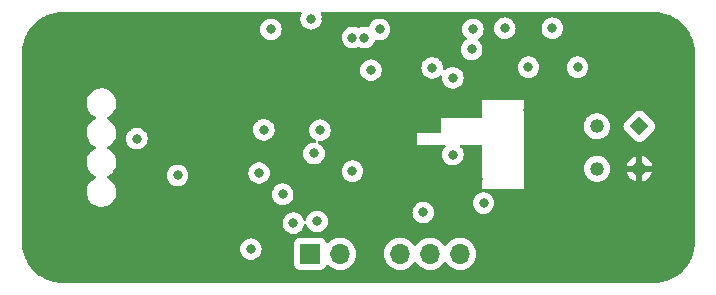
<source format=gbr>
%TF.GenerationSoftware,KiCad,Pcbnew,6.0.6-3a73a75311~116~ubuntu20.04.1*%
%TF.CreationDate,2022-07-05T10:29:56+02:00*%
%TF.ProjectId,Temperature_Tire_Sensor,54656d70-6572-4617-9475-72655f546972,rev?*%
%TF.SameCoordinates,Original*%
%TF.FileFunction,Copper,L2,Inr*%
%TF.FilePolarity,Positive*%
%FSLAX46Y46*%
G04 Gerber Fmt 4.6, Leading zero omitted, Abs format (unit mm)*
G04 Created by KiCad (PCBNEW 6.0.6-3a73a75311~116~ubuntu20.04.1) date 2022-07-05 10:29:56*
%MOMM*%
%LPD*%
G01*
G04 APERTURE LIST*
G04 Aperture macros list*
%AMRotRect*
0 Rectangle, with rotation*
0 The origin of the aperture is its center*
0 $1 length*
0 $2 width*
0 $3 Rotation angle, in degrees counterclockwise*
0 Add horizontal line*
21,1,$1,$2,0,0,$3*%
G04 Aperture macros list end*
%TA.AperFunction,ComponentPad*%
%ADD10C,4.500000*%
%TD*%
%TA.AperFunction,ComponentPad*%
%ADD11RotRect,1.192000X1.192000X45.000000*%
%TD*%
%TA.AperFunction,ComponentPad*%
%ADD12C,1.192000*%
%TD*%
%TA.AperFunction,ComponentPad*%
%ADD13R,1.700000X1.700000*%
%TD*%
%TA.AperFunction,ComponentPad*%
%ADD14O,1.700000X1.700000*%
%TD*%
%TA.AperFunction,ViaPad*%
%ADD15C,0.800000*%
%TD*%
G04 APERTURE END LIST*
D10*
%TO.N,GND*%
%TO.C,H2*%
X153000000Y-115000000D03*
%TD*%
%TO.N,GND*%
%TO.C,H3*%
X103000000Y-99000000D03*
%TD*%
%TO.N,GND*%
%TO.C,H1*%
X153000000Y-99000000D03*
%TD*%
D11*
%TO.N,/SCL*%
%TO.C,IC1*%
X151796051Y-105203949D03*
D12*
%TO.N,/SDA*%
X148203949Y-105203949D03*
%TO.N,Net-(C14-Pad1)*%
X148203949Y-108796051D03*
%TO.N,GND*%
X151796051Y-108796051D03*
%TD*%
D13*
%TO.N,+3V3*%
%TO.C,J1*%
X123900000Y-116000000D03*
D14*
%TO.N,/SWCLK*%
X126440000Y-116000000D03*
%TO.N,GND*%
X128980000Y-116000000D03*
%TO.N,/SWDIO*%
X131520000Y-116000000D03*
%TO.N,/NRST*%
X134060000Y-116000000D03*
%TO.N,/SWO*%
X136600000Y-116000000D03*
%TD*%
D10*
%TO.N,GND*%
%TO.C,H4*%
X103000000Y-115000000D03*
%TD*%
D15*
%TO.N,GND*%
X109250000Y-104750000D03*
X108550000Y-114500000D03*
X135700000Y-113400000D03*
X142400000Y-96900000D03*
X131300000Y-113400000D03*
X116300000Y-105650000D03*
X132000000Y-103000000D03*
X143000000Y-107000000D03*
X119600000Y-107750000D03*
X119150000Y-104350000D03*
X145000000Y-116900000D03*
X140400000Y-100200000D03*
X136900000Y-103200000D03*
X117800000Y-111150000D03*
X110250000Y-102350000D03*
X143000000Y-106000000D03*
X144400000Y-100200000D03*
X143500000Y-108100000D03*
X120350000Y-100150000D03*
X102000000Y-102300000D03*
X125250000Y-96100000D03*
X118100000Y-112550000D03*
X126600000Y-112500000D03*
X142400000Y-111700000D03*
X124500000Y-102250000D03*
X116300000Y-104350000D03*
X138000000Y-108000000D03*
X119150000Y-106900000D03*
X146400000Y-96900000D03*
X116300000Y-106900000D03*
X131250000Y-105500000D03*
X117500000Y-96250000D03*
X133150000Y-97000000D03*
X142400000Y-103800000D03*
X141500000Y-116000000D03*
X116250000Y-108150000D03*
X113750000Y-96250000D03*
X138100000Y-109700000D03*
X136900000Y-109700000D03*
X143000000Y-105000000D03*
X102000000Y-104200000D03*
%TO.N,+3V3*%
X120600000Y-97000000D03*
X109250000Y-106250000D03*
X137700000Y-97000000D03*
X138600000Y-111700000D03*
X112700000Y-109350000D03*
X118900000Y-115600000D03*
X137600000Y-98700000D03*
X122500000Y-113400000D03*
%TO.N,/LED_ERR*%
X128500000Y-97700500D03*
X144425500Y-96900000D03*
%TO.N,/SWCLK*%
X124500000Y-113250000D03*
%TO.N,/SWDIO*%
X124250000Y-107500000D03*
%TO.N,/SWO*%
X127500000Y-109000000D03*
%TO.N,/+3V3_uC*%
X129800000Y-97000000D03*
X119600000Y-109150000D03*
X136000000Y-101100000D03*
X124000000Y-96100000D03*
X121600000Y-110950000D03*
X133500000Y-112500000D03*
X136000000Y-107600000D03*
%TO.N,/CAN_RX*%
X120000000Y-105500000D03*
X124750000Y-105524753D03*
%TO.N,/LED_WAR1*%
X142400000Y-100200000D03*
X129069974Y-100449500D03*
%TO.N,/LED_WAR2*%
X134250000Y-100250000D03*
X146570023Y-100200000D03*
%TO.N,/LED_OK*%
X140400000Y-96900000D03*
X127500000Y-97700000D03*
%TD*%
%TA.AperFunction,Conductor*%
%TO.N,GND*%
G36*
X123142341Y-95528502D02*
G01*
X123188834Y-95582158D01*
X123198938Y-95652432D01*
X123183338Y-95697501D01*
X123165473Y-95728444D01*
X123106458Y-95910072D01*
X123105768Y-95916633D01*
X123105768Y-95916635D01*
X123105333Y-95920772D01*
X123086496Y-96100000D01*
X123087186Y-96106565D01*
X123099228Y-96221134D01*
X123106458Y-96289928D01*
X123165473Y-96471556D01*
X123260960Y-96636944D01*
X123388747Y-96778866D01*
X123543248Y-96891118D01*
X123549276Y-96893802D01*
X123549278Y-96893803D01*
X123711681Y-96966109D01*
X123717712Y-96968794D01*
X123811112Y-96988647D01*
X123898056Y-97007128D01*
X123898061Y-97007128D01*
X123904513Y-97008500D01*
X124095487Y-97008500D01*
X124101939Y-97007128D01*
X124101944Y-97007128D01*
X124188888Y-96988647D01*
X124282288Y-96968794D01*
X124288319Y-96966109D01*
X124450722Y-96893803D01*
X124450724Y-96893802D01*
X124456752Y-96891118D01*
X124611253Y-96778866D01*
X124739040Y-96636944D01*
X124834527Y-96471556D01*
X124893542Y-96289928D01*
X124900773Y-96221134D01*
X124912814Y-96106565D01*
X124913504Y-96100000D01*
X124894667Y-95920772D01*
X124894232Y-95916635D01*
X124894232Y-95916633D01*
X124893542Y-95910072D01*
X124834527Y-95728444D01*
X124816662Y-95697501D01*
X124799923Y-95628506D01*
X124823143Y-95561414D01*
X124878949Y-95517526D01*
X124925780Y-95508500D01*
X152950633Y-95508500D01*
X152970018Y-95510000D01*
X152984852Y-95512310D01*
X152984855Y-95512310D01*
X152993724Y-95513691D01*
X153002627Y-95512527D01*
X153002628Y-95512527D01*
X153013076Y-95511161D01*
X153035594Y-95510249D01*
X153336051Y-95525010D01*
X153348345Y-95526221D01*
X153675034Y-95574680D01*
X153687156Y-95577090D01*
X153707387Y-95582158D01*
X154007523Y-95657339D01*
X154019355Y-95660928D01*
X154330311Y-95772190D01*
X154341735Y-95776922D01*
X154409500Y-95808972D01*
X154640292Y-95918128D01*
X154651188Y-95923953D01*
X154763884Y-95991500D01*
X154934467Y-96093744D01*
X154944748Y-96100614D01*
X154961129Y-96112763D01*
X155210017Y-96297350D01*
X155219556Y-96305177D01*
X155464282Y-96526985D01*
X155473015Y-96535718D01*
X155694823Y-96780444D01*
X155702650Y-96789983D01*
X155835265Y-96968794D01*
X155899386Y-97055252D01*
X155906256Y-97065533D01*
X155968137Y-97168774D01*
X156060410Y-97322721D01*
X156076045Y-97348807D01*
X156081872Y-97359708D01*
X156115697Y-97431226D01*
X156223078Y-97658265D01*
X156227810Y-97669689D01*
X156339072Y-97980645D01*
X156342661Y-97992477D01*
X156422909Y-98312841D01*
X156425320Y-98324966D01*
X156467453Y-98609000D01*
X156473779Y-98651650D01*
X156474990Y-98663949D01*
X156486402Y-98896206D01*
X156489390Y-98957034D01*
X156488042Y-98982598D01*
X156486309Y-98993724D01*
X156487474Y-99002630D01*
X156490436Y-99025283D01*
X156491500Y-99041621D01*
X156491500Y-114950633D01*
X156490000Y-114970018D01*
X156488831Y-114977530D01*
X156486309Y-114993724D01*
X156487473Y-115002627D01*
X156487473Y-115002628D01*
X156488839Y-115013076D01*
X156489751Y-115035594D01*
X156475704Y-115321538D01*
X156474991Y-115336045D01*
X156473779Y-115348345D01*
X156435477Y-115606565D01*
X156425321Y-115675031D01*
X156422910Y-115687156D01*
X156400314Y-115777361D01*
X156342661Y-116007523D01*
X156339072Y-116019355D01*
X156227810Y-116330311D01*
X156223078Y-116341735D01*
X156081874Y-116640288D01*
X156076047Y-116651188D01*
X156045546Y-116702077D01*
X155906256Y-116934467D01*
X155899386Y-116944748D01*
X155873700Y-116979382D01*
X155702650Y-117210017D01*
X155694823Y-117219556D01*
X155473020Y-117464277D01*
X155464282Y-117473015D01*
X155219556Y-117694823D01*
X155210017Y-117702650D01*
X155015517Y-117846901D01*
X154944748Y-117899386D01*
X154934467Y-117906256D01*
X154792101Y-117991588D01*
X154651188Y-118076047D01*
X154640292Y-118081872D01*
X154505870Y-118145448D01*
X154341735Y-118223078D01*
X154330311Y-118227810D01*
X154019355Y-118339072D01*
X154007523Y-118342661D01*
X153781196Y-118399354D01*
X153687156Y-118422910D01*
X153675034Y-118425320D01*
X153348345Y-118473779D01*
X153336051Y-118474990D01*
X153042961Y-118489390D01*
X153017402Y-118488042D01*
X153006276Y-118486309D01*
X152974714Y-118490436D01*
X152958379Y-118491500D01*
X103049367Y-118491500D01*
X103029982Y-118490000D01*
X103015148Y-118487690D01*
X103015145Y-118487690D01*
X103006276Y-118486309D01*
X102997373Y-118487473D01*
X102997372Y-118487473D01*
X102986924Y-118488839D01*
X102964406Y-118489751D01*
X102663949Y-118474990D01*
X102651655Y-118473779D01*
X102324966Y-118425320D01*
X102312844Y-118422910D01*
X102218804Y-118399354D01*
X101992477Y-118342661D01*
X101980645Y-118339072D01*
X101669689Y-118227810D01*
X101658265Y-118223078D01*
X101494130Y-118145448D01*
X101359708Y-118081872D01*
X101348812Y-118076047D01*
X101207899Y-117991588D01*
X101065533Y-117906256D01*
X101055252Y-117899386D01*
X100984483Y-117846901D01*
X100789983Y-117702650D01*
X100780444Y-117694823D01*
X100535718Y-117473015D01*
X100526980Y-117464277D01*
X100305177Y-117219556D01*
X100297350Y-117210017D01*
X100126300Y-116979382D01*
X100100614Y-116944748D01*
X100093744Y-116934467D01*
X100071967Y-116898134D01*
X122541500Y-116898134D01*
X122548255Y-116960316D01*
X122599385Y-117096705D01*
X122686739Y-117213261D01*
X122803295Y-117300615D01*
X122939684Y-117351745D01*
X123001866Y-117358500D01*
X124798134Y-117358500D01*
X124860316Y-117351745D01*
X124996705Y-117300615D01*
X125113261Y-117213261D01*
X125200615Y-117096705D01*
X125222799Y-117037529D01*
X125244598Y-116979382D01*
X125287240Y-116922618D01*
X125353802Y-116897918D01*
X125423150Y-116913126D01*
X125457817Y-116941114D01*
X125486250Y-116973938D01*
X125658126Y-117116632D01*
X125851000Y-117229338D01*
X126059692Y-117309030D01*
X126064760Y-117310061D01*
X126064763Y-117310062D01*
X126172017Y-117331883D01*
X126278597Y-117353567D01*
X126283772Y-117353757D01*
X126283774Y-117353757D01*
X126496673Y-117361564D01*
X126496677Y-117361564D01*
X126501837Y-117361753D01*
X126506957Y-117361097D01*
X126506959Y-117361097D01*
X126718288Y-117334025D01*
X126718289Y-117334025D01*
X126723416Y-117333368D01*
X126728366Y-117331883D01*
X126932429Y-117270661D01*
X126932434Y-117270659D01*
X126937384Y-117269174D01*
X127137994Y-117170896D01*
X127319860Y-117041173D01*
X127478096Y-116883489D01*
X127537594Y-116800689D01*
X127605435Y-116706277D01*
X127608453Y-116702077D01*
X127629320Y-116659857D01*
X127705136Y-116506453D01*
X127705137Y-116506451D01*
X127707430Y-116501811D01*
X127772370Y-116288069D01*
X127801529Y-116066590D01*
X127802683Y-116019355D01*
X127803074Y-116003365D01*
X127803074Y-116003361D01*
X127803156Y-116000000D01*
X127800418Y-115966695D01*
X130157251Y-115966695D01*
X130157548Y-115971848D01*
X130157548Y-115971851D01*
X130163011Y-116066590D01*
X130170110Y-116189715D01*
X130171247Y-116194761D01*
X130171248Y-116194767D01*
X130190201Y-116278866D01*
X130219222Y-116407639D01*
X130303266Y-116614616D01*
X130354019Y-116697438D01*
X130417291Y-116800688D01*
X130419987Y-116805088D01*
X130566250Y-116973938D01*
X130738126Y-117116632D01*
X130931000Y-117229338D01*
X131139692Y-117309030D01*
X131144760Y-117310061D01*
X131144763Y-117310062D01*
X131252017Y-117331883D01*
X131358597Y-117353567D01*
X131363772Y-117353757D01*
X131363774Y-117353757D01*
X131576673Y-117361564D01*
X131576677Y-117361564D01*
X131581837Y-117361753D01*
X131586957Y-117361097D01*
X131586959Y-117361097D01*
X131798288Y-117334025D01*
X131798289Y-117334025D01*
X131803416Y-117333368D01*
X131808366Y-117331883D01*
X132012429Y-117270661D01*
X132012434Y-117270659D01*
X132017384Y-117269174D01*
X132217994Y-117170896D01*
X132399860Y-117041173D01*
X132558096Y-116883489D01*
X132617594Y-116800689D01*
X132688453Y-116702077D01*
X132689776Y-116703028D01*
X132736645Y-116659857D01*
X132806580Y-116647625D01*
X132872026Y-116675144D01*
X132899875Y-116706994D01*
X132959987Y-116805088D01*
X133106250Y-116973938D01*
X133278126Y-117116632D01*
X133471000Y-117229338D01*
X133679692Y-117309030D01*
X133684760Y-117310061D01*
X133684763Y-117310062D01*
X133792017Y-117331883D01*
X133898597Y-117353567D01*
X133903772Y-117353757D01*
X133903774Y-117353757D01*
X134116673Y-117361564D01*
X134116677Y-117361564D01*
X134121837Y-117361753D01*
X134126957Y-117361097D01*
X134126959Y-117361097D01*
X134338288Y-117334025D01*
X134338289Y-117334025D01*
X134343416Y-117333368D01*
X134348366Y-117331883D01*
X134552429Y-117270661D01*
X134552434Y-117270659D01*
X134557384Y-117269174D01*
X134757994Y-117170896D01*
X134939860Y-117041173D01*
X135098096Y-116883489D01*
X135157594Y-116800689D01*
X135228453Y-116702077D01*
X135229776Y-116703028D01*
X135276645Y-116659857D01*
X135346580Y-116647625D01*
X135412026Y-116675144D01*
X135439875Y-116706994D01*
X135499987Y-116805088D01*
X135646250Y-116973938D01*
X135818126Y-117116632D01*
X136011000Y-117229338D01*
X136219692Y-117309030D01*
X136224760Y-117310061D01*
X136224763Y-117310062D01*
X136332017Y-117331883D01*
X136438597Y-117353567D01*
X136443772Y-117353757D01*
X136443774Y-117353757D01*
X136656673Y-117361564D01*
X136656677Y-117361564D01*
X136661837Y-117361753D01*
X136666957Y-117361097D01*
X136666959Y-117361097D01*
X136878288Y-117334025D01*
X136878289Y-117334025D01*
X136883416Y-117333368D01*
X136888366Y-117331883D01*
X137092429Y-117270661D01*
X137092434Y-117270659D01*
X137097384Y-117269174D01*
X137297994Y-117170896D01*
X137479860Y-117041173D01*
X137638096Y-116883489D01*
X137697594Y-116800689D01*
X137765435Y-116706277D01*
X137768453Y-116702077D01*
X137789320Y-116659857D01*
X137865136Y-116506453D01*
X137865137Y-116506451D01*
X137867430Y-116501811D01*
X137932370Y-116288069D01*
X137961529Y-116066590D01*
X137962683Y-116019355D01*
X137963074Y-116003365D01*
X137963074Y-116003361D01*
X137963156Y-116000000D01*
X137944852Y-115777361D01*
X137890431Y-115560702D01*
X137801354Y-115355840D01*
X137718938Y-115228444D01*
X137682822Y-115172617D01*
X137682820Y-115172614D01*
X137680014Y-115168277D01*
X137529670Y-115003051D01*
X137525619Y-114999852D01*
X137525615Y-114999848D01*
X137358414Y-114867800D01*
X137358410Y-114867798D01*
X137354359Y-114864598D01*
X137158789Y-114756638D01*
X137153920Y-114754914D01*
X137153916Y-114754912D01*
X136953087Y-114683795D01*
X136953083Y-114683794D01*
X136948212Y-114682069D01*
X136943119Y-114681162D01*
X136943116Y-114681161D01*
X136733373Y-114643800D01*
X136733367Y-114643799D01*
X136728284Y-114642894D01*
X136654452Y-114641992D01*
X136510081Y-114640228D01*
X136510079Y-114640228D01*
X136504911Y-114640165D01*
X136284091Y-114673955D01*
X136071756Y-114743357D01*
X136041443Y-114759137D01*
X135938429Y-114812763D01*
X135873607Y-114846507D01*
X135869474Y-114849610D01*
X135869471Y-114849612D01*
X135699100Y-114977530D01*
X135694965Y-114980635D01*
X135691393Y-114984373D01*
X135583729Y-115097037D01*
X135540629Y-115142138D01*
X135433201Y-115299621D01*
X135378293Y-115344621D01*
X135307768Y-115352792D01*
X135244021Y-115321538D01*
X135223324Y-115297054D01*
X135142822Y-115172617D01*
X135142820Y-115172614D01*
X135140014Y-115168277D01*
X134989670Y-115003051D01*
X134985619Y-114999852D01*
X134985615Y-114999848D01*
X134818414Y-114867800D01*
X134818410Y-114867798D01*
X134814359Y-114864598D01*
X134618789Y-114756638D01*
X134613920Y-114754914D01*
X134613916Y-114754912D01*
X134413087Y-114683795D01*
X134413083Y-114683794D01*
X134408212Y-114682069D01*
X134403119Y-114681162D01*
X134403116Y-114681161D01*
X134193373Y-114643800D01*
X134193367Y-114643799D01*
X134188284Y-114642894D01*
X134114452Y-114641992D01*
X133970081Y-114640228D01*
X133970079Y-114640228D01*
X133964911Y-114640165D01*
X133744091Y-114673955D01*
X133531756Y-114743357D01*
X133501443Y-114759137D01*
X133398429Y-114812763D01*
X133333607Y-114846507D01*
X133329474Y-114849610D01*
X133329471Y-114849612D01*
X133159100Y-114977530D01*
X133154965Y-114980635D01*
X133151393Y-114984373D01*
X133043729Y-115097037D01*
X133000629Y-115142138D01*
X132893201Y-115299621D01*
X132838293Y-115344621D01*
X132767768Y-115352792D01*
X132704021Y-115321538D01*
X132683324Y-115297054D01*
X132602822Y-115172617D01*
X132602820Y-115172614D01*
X132600014Y-115168277D01*
X132449670Y-115003051D01*
X132445619Y-114999852D01*
X132445615Y-114999848D01*
X132278414Y-114867800D01*
X132278410Y-114867798D01*
X132274359Y-114864598D01*
X132078789Y-114756638D01*
X132073920Y-114754914D01*
X132073916Y-114754912D01*
X131873087Y-114683795D01*
X131873083Y-114683794D01*
X131868212Y-114682069D01*
X131863119Y-114681162D01*
X131863116Y-114681161D01*
X131653373Y-114643800D01*
X131653367Y-114643799D01*
X131648284Y-114642894D01*
X131574452Y-114641992D01*
X131430081Y-114640228D01*
X131430079Y-114640228D01*
X131424911Y-114640165D01*
X131204091Y-114673955D01*
X130991756Y-114743357D01*
X130961443Y-114759137D01*
X130858429Y-114812763D01*
X130793607Y-114846507D01*
X130789474Y-114849610D01*
X130789471Y-114849612D01*
X130619100Y-114977530D01*
X130614965Y-114980635D01*
X130611393Y-114984373D01*
X130503729Y-115097037D01*
X130460629Y-115142138D01*
X130334743Y-115326680D01*
X130240688Y-115529305D01*
X130180989Y-115744570D01*
X130157251Y-115966695D01*
X127800418Y-115966695D01*
X127784852Y-115777361D01*
X127730431Y-115560702D01*
X127641354Y-115355840D01*
X127558938Y-115228444D01*
X127522822Y-115172617D01*
X127522820Y-115172614D01*
X127520014Y-115168277D01*
X127369670Y-115003051D01*
X127365619Y-114999852D01*
X127365615Y-114999848D01*
X127198414Y-114867800D01*
X127198410Y-114867798D01*
X127194359Y-114864598D01*
X126998789Y-114756638D01*
X126993920Y-114754914D01*
X126993916Y-114754912D01*
X126793087Y-114683795D01*
X126793083Y-114683794D01*
X126788212Y-114682069D01*
X126783119Y-114681162D01*
X126783116Y-114681161D01*
X126573373Y-114643800D01*
X126573367Y-114643799D01*
X126568284Y-114642894D01*
X126494452Y-114641992D01*
X126350081Y-114640228D01*
X126350079Y-114640228D01*
X126344911Y-114640165D01*
X126124091Y-114673955D01*
X125911756Y-114743357D01*
X125881443Y-114759137D01*
X125778429Y-114812763D01*
X125713607Y-114846507D01*
X125709474Y-114849610D01*
X125709471Y-114849612D01*
X125539100Y-114977530D01*
X125534965Y-114980635D01*
X125478537Y-115039684D01*
X125454283Y-115065064D01*
X125392759Y-115100494D01*
X125321846Y-115097037D01*
X125264060Y-115055791D01*
X125245207Y-115022243D01*
X125203767Y-114911703D01*
X125200615Y-114903295D01*
X125113261Y-114786739D01*
X124996705Y-114699385D01*
X124860316Y-114648255D01*
X124798134Y-114641500D01*
X123001866Y-114641500D01*
X122939684Y-114648255D01*
X122803295Y-114699385D01*
X122686739Y-114786739D01*
X122599385Y-114903295D01*
X122548255Y-115039684D01*
X122541500Y-115101866D01*
X122541500Y-116898134D01*
X100071967Y-116898134D01*
X99954454Y-116702077D01*
X99923953Y-116651188D01*
X99918126Y-116640288D01*
X99776922Y-116341735D01*
X99772190Y-116330311D01*
X99660928Y-116019355D01*
X99657339Y-116007523D01*
X99599686Y-115777361D01*
X99577090Y-115687156D01*
X99574679Y-115675031D01*
X99564523Y-115606565D01*
X99563549Y-115600000D01*
X117986496Y-115600000D01*
X117987186Y-115606565D01*
X118005680Y-115782522D01*
X118006458Y-115789928D01*
X118065473Y-115971556D01*
X118160960Y-116136944D01*
X118288747Y-116278866D01*
X118443248Y-116391118D01*
X118449276Y-116393802D01*
X118449278Y-116393803D01*
X118611681Y-116466109D01*
X118617712Y-116468794D01*
X118706563Y-116487680D01*
X118798056Y-116507128D01*
X118798061Y-116507128D01*
X118804513Y-116508500D01*
X118995487Y-116508500D01*
X119001939Y-116507128D01*
X119001944Y-116507128D01*
X119093437Y-116487680D01*
X119182288Y-116468794D01*
X119188319Y-116466109D01*
X119350722Y-116393803D01*
X119350724Y-116393802D01*
X119356752Y-116391118D01*
X119511253Y-116278866D01*
X119639040Y-116136944D01*
X119734527Y-115971556D01*
X119793542Y-115789928D01*
X119794321Y-115782522D01*
X119812814Y-115606565D01*
X119813504Y-115600000D01*
X119793542Y-115410072D01*
X119734527Y-115228444D01*
X119699790Y-115168277D01*
X119687165Y-115146411D01*
X119639040Y-115063056D01*
X119625070Y-115047540D01*
X119515675Y-114926045D01*
X119515674Y-114926044D01*
X119511253Y-114921134D01*
X119356752Y-114808882D01*
X119350724Y-114806198D01*
X119350722Y-114806197D01*
X119188319Y-114733891D01*
X119188318Y-114733891D01*
X119182288Y-114731206D01*
X119088887Y-114711353D01*
X119001944Y-114692872D01*
X119001939Y-114692872D01*
X118995487Y-114691500D01*
X118804513Y-114691500D01*
X118798061Y-114692872D01*
X118798056Y-114692872D01*
X118711113Y-114711353D01*
X118617712Y-114731206D01*
X118611682Y-114733891D01*
X118611681Y-114733891D01*
X118449278Y-114806197D01*
X118449276Y-114806198D01*
X118443248Y-114808882D01*
X118288747Y-114921134D01*
X118284326Y-114926044D01*
X118284325Y-114926045D01*
X118174931Y-115047540D01*
X118160960Y-115063056D01*
X118112835Y-115146411D01*
X118100211Y-115168277D01*
X118065473Y-115228444D01*
X118006458Y-115410072D01*
X117986496Y-115600000D01*
X99563549Y-115600000D01*
X99526220Y-115348343D01*
X99525009Y-115336045D01*
X99524297Y-115321538D01*
X99516981Y-115172617D01*
X99510795Y-115046695D01*
X99512387Y-115019619D01*
X99513576Y-115012552D01*
X99513729Y-115000000D01*
X99509773Y-114972376D01*
X99508500Y-114954514D01*
X99508500Y-113400000D01*
X121586496Y-113400000D01*
X121587186Y-113406565D01*
X121596806Y-113498090D01*
X121606458Y-113589928D01*
X121665473Y-113771556D01*
X121760960Y-113936944D01*
X121765378Y-113941851D01*
X121765379Y-113941852D01*
X121857176Y-114043803D01*
X121888747Y-114078866D01*
X122043248Y-114191118D01*
X122049276Y-114193802D01*
X122049278Y-114193803D01*
X122211681Y-114266109D01*
X122217712Y-114268794D01*
X122311113Y-114288647D01*
X122398056Y-114307128D01*
X122398061Y-114307128D01*
X122404513Y-114308500D01*
X122595487Y-114308500D01*
X122601939Y-114307128D01*
X122601944Y-114307128D01*
X122688887Y-114288647D01*
X122782288Y-114268794D01*
X122788319Y-114266109D01*
X122950722Y-114193803D01*
X122950724Y-114193802D01*
X122956752Y-114191118D01*
X123111253Y-114078866D01*
X123142824Y-114043803D01*
X123234621Y-113941852D01*
X123234622Y-113941851D01*
X123239040Y-113936944D01*
X123334527Y-113771556D01*
X123393542Y-113589928D01*
X123395531Y-113571001D01*
X123422543Y-113505345D01*
X123480763Y-113464714D01*
X123551708Y-113462009D01*
X123612853Y-113498090D01*
X123640674Y-113545233D01*
X123665473Y-113621556D01*
X123760960Y-113786944D01*
X123888747Y-113928866D01*
X124043248Y-114041118D01*
X124049276Y-114043802D01*
X124049278Y-114043803D01*
X124136753Y-114082749D01*
X124217712Y-114118794D01*
X124311112Y-114138647D01*
X124398056Y-114157128D01*
X124398061Y-114157128D01*
X124404513Y-114158500D01*
X124595487Y-114158500D01*
X124601939Y-114157128D01*
X124601944Y-114157128D01*
X124688888Y-114138647D01*
X124782288Y-114118794D01*
X124863247Y-114082749D01*
X124950722Y-114043803D01*
X124950724Y-114043802D01*
X124956752Y-114041118D01*
X125111253Y-113928866D01*
X125239040Y-113786944D01*
X125334527Y-113621556D01*
X125393542Y-113439928D01*
X125396990Y-113407128D01*
X125412814Y-113256565D01*
X125413504Y-113250000D01*
X125406028Y-113178866D01*
X125394232Y-113066635D01*
X125394232Y-113066633D01*
X125393542Y-113060072D01*
X125334527Y-112878444D01*
X125239040Y-112713056D01*
X125218216Y-112689928D01*
X125115675Y-112576045D01*
X125115674Y-112576044D01*
X125111253Y-112571134D01*
X125013346Y-112500000D01*
X132586496Y-112500000D01*
X132587186Y-112506565D01*
X132594489Y-112576045D01*
X132606458Y-112689928D01*
X132665473Y-112871556D01*
X132760960Y-113036944D01*
X132765378Y-113041851D01*
X132765379Y-113041852D01*
X132822028Y-113104767D01*
X132888747Y-113178866D01*
X133043248Y-113291118D01*
X133049276Y-113293802D01*
X133049278Y-113293803D01*
X133211681Y-113366109D01*
X133217712Y-113368794D01*
X133311113Y-113388647D01*
X133398056Y-113407128D01*
X133398061Y-113407128D01*
X133404513Y-113408500D01*
X133595487Y-113408500D01*
X133601939Y-113407128D01*
X133601944Y-113407128D01*
X133688887Y-113388647D01*
X133782288Y-113368794D01*
X133788319Y-113366109D01*
X133950722Y-113293803D01*
X133950724Y-113293802D01*
X133956752Y-113291118D01*
X134111253Y-113178866D01*
X134177972Y-113104767D01*
X134234621Y-113041852D01*
X134234622Y-113041851D01*
X134239040Y-113036944D01*
X134334527Y-112871556D01*
X134393542Y-112689928D01*
X134405512Y-112576045D01*
X134412814Y-112506565D01*
X134413504Y-112500000D01*
X134401181Y-112382749D01*
X134394232Y-112316635D01*
X134394232Y-112316633D01*
X134393542Y-112310072D01*
X134334527Y-112128444D01*
X134239040Y-111963056D01*
X134234092Y-111957560D01*
X134115675Y-111826045D01*
X134115674Y-111826044D01*
X134111253Y-111821134D01*
X133956752Y-111708882D01*
X133950724Y-111706198D01*
X133950722Y-111706197D01*
X133936803Y-111700000D01*
X137686496Y-111700000D01*
X137687186Y-111706565D01*
X137703011Y-111857128D01*
X137706458Y-111889928D01*
X137765473Y-112071556D01*
X137860960Y-112236944D01*
X137865378Y-112241851D01*
X137865379Y-112241852D01*
X137956338Y-112342872D01*
X137988747Y-112378866D01*
X138143248Y-112491118D01*
X138149276Y-112493802D01*
X138149278Y-112493803D01*
X138239318Y-112533891D01*
X138317712Y-112568794D01*
X138411113Y-112588647D01*
X138498056Y-112607128D01*
X138498061Y-112607128D01*
X138504513Y-112608500D01*
X138695487Y-112608500D01*
X138701939Y-112607128D01*
X138701944Y-112607128D01*
X138788887Y-112588647D01*
X138882288Y-112568794D01*
X138960682Y-112533891D01*
X139050722Y-112493803D01*
X139050724Y-112493802D01*
X139056752Y-112491118D01*
X139211253Y-112378866D01*
X139243662Y-112342872D01*
X139334621Y-112241852D01*
X139334622Y-112241851D01*
X139339040Y-112236944D01*
X139434527Y-112071556D01*
X139493542Y-111889928D01*
X139496990Y-111857128D01*
X139512814Y-111706565D01*
X139513504Y-111700000D01*
X139506028Y-111628866D01*
X139494232Y-111516635D01*
X139494232Y-111516633D01*
X139493542Y-111510072D01*
X139434527Y-111328444D01*
X139339040Y-111163056D01*
X139318216Y-111139928D01*
X139215675Y-111026045D01*
X139215674Y-111026044D01*
X139211253Y-111021134D01*
X139056752Y-110908882D01*
X139050724Y-110906198D01*
X139050722Y-110906197D01*
X138888319Y-110833891D01*
X138888318Y-110833891D01*
X138882288Y-110831206D01*
X138788888Y-110811353D01*
X138701944Y-110792872D01*
X138701939Y-110792872D01*
X138695487Y-110791500D01*
X138504513Y-110791500D01*
X138498061Y-110792872D01*
X138498056Y-110792872D01*
X138411113Y-110811353D01*
X138317712Y-110831206D01*
X138311682Y-110833891D01*
X138311681Y-110833891D01*
X138149278Y-110906197D01*
X138149276Y-110906198D01*
X138143248Y-110908882D01*
X137988747Y-111021134D01*
X137984326Y-111026044D01*
X137984325Y-111026045D01*
X137881785Y-111139928D01*
X137860960Y-111163056D01*
X137765473Y-111328444D01*
X137706458Y-111510072D01*
X137705768Y-111516633D01*
X137705768Y-111516635D01*
X137693972Y-111628866D01*
X137686496Y-111700000D01*
X133936803Y-111700000D01*
X133788319Y-111633891D01*
X133788318Y-111633891D01*
X133782288Y-111631206D01*
X133678105Y-111609061D01*
X133601944Y-111592872D01*
X133601939Y-111592872D01*
X133595487Y-111591500D01*
X133404513Y-111591500D01*
X133398061Y-111592872D01*
X133398056Y-111592872D01*
X133321895Y-111609061D01*
X133217712Y-111631206D01*
X133211682Y-111633891D01*
X133211681Y-111633891D01*
X133049278Y-111706197D01*
X133049276Y-111706198D01*
X133043248Y-111708882D01*
X132888747Y-111821134D01*
X132884326Y-111826044D01*
X132884325Y-111826045D01*
X132765909Y-111957560D01*
X132760960Y-111963056D01*
X132665473Y-112128444D01*
X132606458Y-112310072D01*
X132605768Y-112316633D01*
X132605768Y-112316635D01*
X132598819Y-112382749D01*
X132586496Y-112500000D01*
X125013346Y-112500000D01*
X124956752Y-112458882D01*
X124950724Y-112456198D01*
X124950722Y-112456197D01*
X124788319Y-112383891D01*
X124788318Y-112383891D01*
X124782288Y-112381206D01*
X124688887Y-112361353D01*
X124601944Y-112342872D01*
X124601939Y-112342872D01*
X124595487Y-112341500D01*
X124404513Y-112341500D01*
X124398061Y-112342872D01*
X124398056Y-112342872D01*
X124311113Y-112361353D01*
X124217712Y-112381206D01*
X124211682Y-112383891D01*
X124211681Y-112383891D01*
X124049278Y-112456197D01*
X124049276Y-112456198D01*
X124043248Y-112458882D01*
X123888747Y-112571134D01*
X123884326Y-112576044D01*
X123884325Y-112576045D01*
X123781785Y-112689928D01*
X123760960Y-112713056D01*
X123665473Y-112878444D01*
X123606458Y-113060072D01*
X123605768Y-113066635D01*
X123605768Y-113066636D01*
X123604469Y-113078998D01*
X123577457Y-113144655D01*
X123519237Y-113185286D01*
X123448292Y-113187991D01*
X123387147Y-113151910D01*
X123359326Y-113104767D01*
X123342764Y-113053794D01*
X123334527Y-113028444D01*
X123239040Y-112863056D01*
X123111253Y-112721134D01*
X122956752Y-112608882D01*
X122950724Y-112606198D01*
X122950722Y-112606197D01*
X122788319Y-112533891D01*
X122788318Y-112533891D01*
X122782288Y-112531206D01*
X122666362Y-112506565D01*
X122601944Y-112492872D01*
X122601939Y-112492872D01*
X122595487Y-112491500D01*
X122404513Y-112491500D01*
X122398061Y-112492872D01*
X122398056Y-112492872D01*
X122333638Y-112506565D01*
X122217712Y-112531206D01*
X122211682Y-112533891D01*
X122211681Y-112533891D01*
X122049278Y-112606197D01*
X122049276Y-112606198D01*
X122043248Y-112608882D01*
X121888747Y-112721134D01*
X121760960Y-112863056D01*
X121665473Y-113028444D01*
X121606458Y-113210072D01*
X121586496Y-113400000D01*
X99508500Y-113400000D01*
X99508500Y-110789690D01*
X104987037Y-110789690D01*
X105014025Y-111012715D01*
X105080082Y-111227435D01*
X105082652Y-111232415D01*
X105082654Y-111232419D01*
X105147852Y-111358738D01*
X105183118Y-111427064D01*
X105319877Y-111605292D01*
X105486036Y-111756485D01*
X105490783Y-111759463D01*
X105490786Y-111759465D01*
X105619229Y-111840036D01*
X105676344Y-111875864D01*
X105884783Y-111959656D01*
X106104767Y-112005213D01*
X106109378Y-112005479D01*
X106109379Y-112005479D01*
X106159952Y-112008395D01*
X106159956Y-112008395D01*
X106161775Y-112008500D01*
X106306999Y-112008500D01*
X106309786Y-112008251D01*
X106309792Y-112008251D01*
X106379929Y-112001991D01*
X106473762Y-111993617D01*
X106479176Y-111992136D01*
X106479181Y-111992135D01*
X106606912Y-111957191D01*
X106690451Y-111934337D01*
X106695509Y-111931925D01*
X106695513Y-111931923D01*
X106813042Y-111875864D01*
X106893218Y-111837622D01*
X107075654Y-111706529D01*
X107231992Y-111545201D01*
X107357290Y-111358738D01*
X107447588Y-111153033D01*
X107450735Y-111139928D01*
X107496332Y-110950000D01*
X120686496Y-110950000D01*
X120687186Y-110956565D01*
X120694489Y-111026045D01*
X120706458Y-111139928D01*
X120765473Y-111321556D01*
X120860960Y-111486944D01*
X120865378Y-111491851D01*
X120865379Y-111491852D01*
X120984325Y-111623955D01*
X120988747Y-111628866D01*
X121077618Y-111693435D01*
X121100150Y-111709805D01*
X121143248Y-111741118D01*
X121149276Y-111743802D01*
X121149278Y-111743803D01*
X121184456Y-111759465D01*
X121317712Y-111818794D01*
X121390897Y-111834350D01*
X121498056Y-111857128D01*
X121498061Y-111857128D01*
X121504513Y-111858500D01*
X121695487Y-111858500D01*
X121701939Y-111857128D01*
X121701944Y-111857128D01*
X121809103Y-111834350D01*
X121882288Y-111818794D01*
X122015544Y-111759465D01*
X122050722Y-111743803D01*
X122050724Y-111743802D01*
X122056752Y-111741118D01*
X122099851Y-111709805D01*
X122122382Y-111693435D01*
X122211253Y-111628866D01*
X122215675Y-111623955D01*
X122334621Y-111491852D01*
X122334622Y-111491851D01*
X122339040Y-111486944D01*
X122434527Y-111321556D01*
X122493542Y-111139928D01*
X122505512Y-111026045D01*
X122512814Y-110956565D01*
X122513504Y-110950000D01*
X122501301Y-110833891D01*
X122494232Y-110766635D01*
X122494232Y-110766633D01*
X122493542Y-110760072D01*
X122434527Y-110578444D01*
X122430239Y-110571016D01*
X122378800Y-110481923D01*
X122339040Y-110413056D01*
X122217370Y-110277927D01*
X122215675Y-110276045D01*
X122215674Y-110276044D01*
X122211253Y-110271134D01*
X122056752Y-110158882D01*
X122050724Y-110156198D01*
X122050722Y-110156197D01*
X121888319Y-110083891D01*
X121888318Y-110083891D01*
X121882288Y-110081206D01*
X121788888Y-110061353D01*
X121701944Y-110042872D01*
X121701939Y-110042872D01*
X121695487Y-110041500D01*
X121504513Y-110041500D01*
X121498061Y-110042872D01*
X121498056Y-110042872D01*
X121411112Y-110061353D01*
X121317712Y-110081206D01*
X121311682Y-110083891D01*
X121311681Y-110083891D01*
X121149278Y-110156197D01*
X121149276Y-110156198D01*
X121143248Y-110158882D01*
X120988747Y-110271134D01*
X120984326Y-110276044D01*
X120984325Y-110276045D01*
X120982631Y-110277927D01*
X120860960Y-110413056D01*
X120821200Y-110481923D01*
X120769762Y-110571016D01*
X120765473Y-110578444D01*
X120706458Y-110760072D01*
X120705768Y-110766633D01*
X120705768Y-110766635D01*
X120698699Y-110833891D01*
X120686496Y-110950000D01*
X107496332Y-110950000D01*
X107498722Y-110940046D01*
X107498722Y-110940045D01*
X107500032Y-110934589D01*
X107512963Y-110710310D01*
X107485975Y-110487285D01*
X107419918Y-110272565D01*
X107417176Y-110267251D01*
X107319454Y-110077919D01*
X107319454Y-110077918D01*
X107316882Y-110072936D01*
X107180123Y-109894708D01*
X107013964Y-109743515D01*
X107009217Y-109740537D01*
X107009214Y-109740535D01*
X106828405Y-109627115D01*
X106823656Y-109624136D01*
X106801761Y-109615334D01*
X106746018Y-109571370D01*
X106722892Y-109504245D01*
X106739728Y-109435274D01*
X106794513Y-109384703D01*
X106867268Y-109350000D01*
X111786496Y-109350000D01*
X111787186Y-109356565D01*
X111805129Y-109527279D01*
X111806458Y-109539928D01*
X111865473Y-109721556D01*
X111868776Y-109727278D01*
X111868777Y-109727279D01*
X111892087Y-109767653D01*
X111960960Y-109886944D01*
X111965378Y-109891851D01*
X111965379Y-109891852D01*
X112079678Y-110018794D01*
X112088747Y-110028866D01*
X112243248Y-110141118D01*
X112249276Y-110143802D01*
X112249278Y-110143803D01*
X112411681Y-110216109D01*
X112417712Y-110218794D01*
X112511113Y-110238647D01*
X112598056Y-110257128D01*
X112598061Y-110257128D01*
X112604513Y-110258500D01*
X112795487Y-110258500D01*
X112801939Y-110257128D01*
X112801944Y-110257128D01*
X112888887Y-110238647D01*
X112982288Y-110218794D01*
X112988319Y-110216109D01*
X113150722Y-110143803D01*
X113150724Y-110143802D01*
X113156752Y-110141118D01*
X113311253Y-110028866D01*
X113320322Y-110018794D01*
X113434621Y-109891852D01*
X113434622Y-109891851D01*
X113439040Y-109886944D01*
X113507913Y-109767653D01*
X113531223Y-109727279D01*
X113531224Y-109727278D01*
X113534527Y-109721556D01*
X113593542Y-109539928D01*
X113594872Y-109527279D01*
X113612814Y-109356565D01*
X113613504Y-109350000D01*
X113593542Y-109160072D01*
X113590269Y-109150000D01*
X118686496Y-109150000D01*
X118687186Y-109156565D01*
X118696139Y-109241744D01*
X118706458Y-109339928D01*
X118765473Y-109521556D01*
X118860960Y-109686944D01*
X118865378Y-109691851D01*
X118865379Y-109691852D01*
X118971206Y-109809385D01*
X118988747Y-109828866D01*
X119143248Y-109941118D01*
X119149276Y-109943802D01*
X119149278Y-109943803D01*
X119173976Y-109954799D01*
X119317712Y-110018794D01*
X119383365Y-110032749D01*
X119498056Y-110057128D01*
X119498061Y-110057128D01*
X119504513Y-110058500D01*
X119695487Y-110058500D01*
X119701939Y-110057128D01*
X119701944Y-110057128D01*
X119816635Y-110032749D01*
X119882288Y-110018794D01*
X120026024Y-109954799D01*
X120050722Y-109943803D01*
X120050724Y-109943802D01*
X120056752Y-109941118D01*
X120211253Y-109828866D01*
X120228794Y-109809385D01*
X120334621Y-109691852D01*
X120334622Y-109691851D01*
X120339040Y-109686944D01*
X120434527Y-109521556D01*
X120493542Y-109339928D01*
X120503862Y-109241744D01*
X120512814Y-109156565D01*
X120513504Y-109150000D01*
X120497738Y-109000000D01*
X126586496Y-109000000D01*
X126587186Y-109006565D01*
X126604511Y-109171399D01*
X126606458Y-109189928D01*
X126665473Y-109371556D01*
X126760960Y-109536944D01*
X126765378Y-109541851D01*
X126765379Y-109541852D01*
X126871725Y-109659961D01*
X126888747Y-109678866D01*
X126931872Y-109710198D01*
X127018508Y-109773143D01*
X127043248Y-109791118D01*
X127049276Y-109793802D01*
X127049278Y-109793803D01*
X127211681Y-109866109D01*
X127217712Y-109868794D01*
X127303101Y-109886944D01*
X127398056Y-109907128D01*
X127398061Y-109907128D01*
X127404513Y-109908500D01*
X127595487Y-109908500D01*
X127601939Y-109907128D01*
X127601944Y-109907128D01*
X127696899Y-109886944D01*
X127782288Y-109868794D01*
X127788319Y-109866109D01*
X127950722Y-109793803D01*
X127950724Y-109793802D01*
X127956752Y-109791118D01*
X127981493Y-109773143D01*
X128068128Y-109710198D01*
X128111253Y-109678866D01*
X128128275Y-109659961D01*
X128234621Y-109541852D01*
X128234622Y-109541851D01*
X128239040Y-109536944D01*
X128334527Y-109371556D01*
X128393542Y-109189928D01*
X128395490Y-109171399D01*
X128412814Y-109006565D01*
X128413504Y-109000000D01*
X128405838Y-108927064D01*
X128394232Y-108816635D01*
X128394232Y-108816633D01*
X128393542Y-108810072D01*
X128334527Y-108628444D01*
X128239040Y-108463056D01*
X128208362Y-108428984D01*
X128115675Y-108326045D01*
X128115674Y-108326044D01*
X128111253Y-108321134D01*
X127974700Y-108221922D01*
X127962094Y-108212763D01*
X127962093Y-108212762D01*
X127956752Y-108208882D01*
X127950724Y-108206198D01*
X127950722Y-108206197D01*
X127788319Y-108133891D01*
X127788318Y-108133891D01*
X127782288Y-108131206D01*
X127688888Y-108111353D01*
X127601944Y-108092872D01*
X127601939Y-108092872D01*
X127595487Y-108091500D01*
X127404513Y-108091500D01*
X127398061Y-108092872D01*
X127398056Y-108092872D01*
X127311112Y-108111353D01*
X127217712Y-108131206D01*
X127211682Y-108133891D01*
X127211681Y-108133891D01*
X127049278Y-108206197D01*
X127049276Y-108206198D01*
X127043248Y-108208882D01*
X127037907Y-108212762D01*
X127037906Y-108212763D01*
X127025300Y-108221922D01*
X126888747Y-108321134D01*
X126884326Y-108326044D01*
X126884325Y-108326045D01*
X126791639Y-108428984D01*
X126760960Y-108463056D01*
X126665473Y-108628444D01*
X126606458Y-108810072D01*
X126605768Y-108816633D01*
X126605768Y-108816635D01*
X126594162Y-108927064D01*
X126586496Y-109000000D01*
X120497738Y-109000000D01*
X120495129Y-108975174D01*
X120494232Y-108966635D01*
X120494232Y-108966633D01*
X120493542Y-108960072D01*
X120434527Y-108778444D01*
X120427929Y-108767015D01*
X120372571Y-108671134D01*
X120339040Y-108613056D01*
X120278709Y-108546051D01*
X120215675Y-108476045D01*
X120215674Y-108476044D01*
X120211253Y-108471134D01*
X120067434Y-108366643D01*
X120062094Y-108362763D01*
X120062093Y-108362762D01*
X120056752Y-108358882D01*
X120050724Y-108356198D01*
X120050722Y-108356197D01*
X119888319Y-108283891D01*
X119888318Y-108283891D01*
X119882288Y-108281206D01*
X119788887Y-108261353D01*
X119701944Y-108242872D01*
X119701939Y-108242872D01*
X119695487Y-108241500D01*
X119504513Y-108241500D01*
X119498061Y-108242872D01*
X119498056Y-108242872D01*
X119411113Y-108261353D01*
X119317712Y-108281206D01*
X119311682Y-108283891D01*
X119311681Y-108283891D01*
X119149278Y-108356197D01*
X119149276Y-108356198D01*
X119143248Y-108358882D01*
X119137907Y-108362762D01*
X119137906Y-108362763D01*
X119132566Y-108366643D01*
X118988747Y-108471134D01*
X118984326Y-108476044D01*
X118984325Y-108476045D01*
X118921292Y-108546051D01*
X118860960Y-108613056D01*
X118827429Y-108671134D01*
X118772072Y-108767015D01*
X118765473Y-108778444D01*
X118706458Y-108960072D01*
X118705768Y-108966633D01*
X118705768Y-108966635D01*
X118704871Y-108975174D01*
X118686496Y-109150000D01*
X113590269Y-109150000D01*
X113534527Y-108978444D01*
X113439040Y-108813056D01*
X113430701Y-108803794D01*
X113315675Y-108676045D01*
X113315674Y-108676044D01*
X113311253Y-108671134D01*
X113197311Y-108588350D01*
X113162094Y-108562763D01*
X113162093Y-108562762D01*
X113156752Y-108558882D01*
X113150724Y-108556198D01*
X113150722Y-108556197D01*
X112988319Y-108483891D01*
X112988318Y-108483891D01*
X112982288Y-108481206D01*
X112888888Y-108461353D01*
X112801944Y-108442872D01*
X112801939Y-108442872D01*
X112795487Y-108441500D01*
X112604513Y-108441500D01*
X112598061Y-108442872D01*
X112598056Y-108442872D01*
X112511112Y-108461353D01*
X112417712Y-108481206D01*
X112411682Y-108483891D01*
X112411681Y-108483891D01*
X112249278Y-108556197D01*
X112249276Y-108556198D01*
X112243248Y-108558882D01*
X112237907Y-108562762D01*
X112237906Y-108562763D01*
X112202689Y-108588350D01*
X112088747Y-108671134D01*
X112084326Y-108676044D01*
X112084325Y-108676045D01*
X111969300Y-108803794D01*
X111960960Y-108813056D01*
X111865473Y-108978444D01*
X111806458Y-109160072D01*
X111786496Y-109350000D01*
X106867268Y-109350000D01*
X106888151Y-109340039D01*
X106888152Y-109340038D01*
X106893218Y-109337622D01*
X107075654Y-109206529D01*
X107217363Y-109060297D01*
X107228089Y-109049229D01*
X107228091Y-109049226D01*
X107231992Y-109045201D01*
X107357290Y-108858738D01*
X107447588Y-108653033D01*
X107451983Y-108634729D01*
X107498722Y-108440046D01*
X107498722Y-108440045D01*
X107500032Y-108434589D01*
X107508721Y-108283891D01*
X107512640Y-108215917D01*
X107512640Y-108215914D01*
X107512963Y-108210310D01*
X107485975Y-107987285D01*
X107419918Y-107772565D01*
X107401492Y-107736864D01*
X107319454Y-107577919D01*
X107319454Y-107577918D01*
X107316882Y-107572936D01*
X107260916Y-107500000D01*
X123336496Y-107500000D01*
X123337186Y-107506565D01*
X123351883Y-107646396D01*
X123356458Y-107689928D01*
X123415473Y-107871556D01*
X123418776Y-107877278D01*
X123418777Y-107877279D01*
X123431123Y-107898663D01*
X123510960Y-108036944D01*
X123515378Y-108041851D01*
X123515379Y-108041852D01*
X123560082Y-108091500D01*
X123638747Y-108178866D01*
X123682026Y-108210310D01*
X123776385Y-108278866D01*
X123793248Y-108291118D01*
X123799276Y-108293802D01*
X123799278Y-108293803D01*
X123945449Y-108358882D01*
X123967712Y-108368794D01*
X124054479Y-108387237D01*
X124148056Y-108407128D01*
X124148061Y-108407128D01*
X124154513Y-108408500D01*
X124345487Y-108408500D01*
X124351939Y-108407128D01*
X124351944Y-108407128D01*
X124445521Y-108387237D01*
X124532288Y-108368794D01*
X124554551Y-108358882D01*
X124700722Y-108293803D01*
X124700724Y-108293802D01*
X124706752Y-108291118D01*
X124723616Y-108278866D01*
X124817974Y-108210310D01*
X124861253Y-108178866D01*
X124939918Y-108091500D01*
X124984621Y-108041852D01*
X124984622Y-108041851D01*
X124989040Y-108036944D01*
X125068877Y-107898663D01*
X125081223Y-107877279D01*
X125081224Y-107877278D01*
X125084527Y-107871556D01*
X125143542Y-107689928D01*
X125148118Y-107646396D01*
X125162814Y-107506565D01*
X125163504Y-107500000D01*
X125154052Y-107410072D01*
X125144232Y-107316635D01*
X125144232Y-107316633D01*
X125143542Y-107310072D01*
X125084527Y-107128444D01*
X125077406Y-107116109D01*
X125046775Y-107063056D01*
X124989040Y-106963056D01*
X124961752Y-106932749D01*
X124865675Y-106826045D01*
X124865674Y-106826044D01*
X124861253Y-106821134D01*
X124763346Y-106750000D01*
X133000000Y-106750000D01*
X135259837Y-106750000D01*
X135327958Y-106770002D01*
X135374451Y-106823658D01*
X135384555Y-106893932D01*
X135353473Y-106960310D01*
X135284208Y-107037237D01*
X135260960Y-107063056D01*
X135165473Y-107228444D01*
X135106458Y-107410072D01*
X135105768Y-107416633D01*
X135105768Y-107416635D01*
X135088817Y-107577919D01*
X135086496Y-107600000D01*
X135087186Y-107606565D01*
X135105197Y-107777927D01*
X135106458Y-107789928D01*
X135165473Y-107971556D01*
X135260960Y-108136944D01*
X135265378Y-108141851D01*
X135265379Y-108141852D01*
X135356338Y-108242872D01*
X135388747Y-108278866D01*
X135441579Y-108317251D01*
X135509296Y-108366450D01*
X135543248Y-108391118D01*
X135549276Y-108393802D01*
X135549278Y-108393803D01*
X135704824Y-108463056D01*
X135717712Y-108468794D01*
X135811113Y-108488647D01*
X135898056Y-108507128D01*
X135898061Y-108507128D01*
X135904513Y-108508500D01*
X136095487Y-108508500D01*
X136101939Y-108507128D01*
X136101944Y-108507128D01*
X136188888Y-108488647D01*
X136282288Y-108468794D01*
X136295176Y-108463056D01*
X136450722Y-108393803D01*
X136450724Y-108393802D01*
X136456752Y-108391118D01*
X136490705Y-108366450D01*
X136558421Y-108317251D01*
X136611253Y-108278866D01*
X136643662Y-108242872D01*
X136734621Y-108141852D01*
X136734622Y-108141851D01*
X136739040Y-108136944D01*
X136834527Y-107971556D01*
X136893542Y-107789928D01*
X136894804Y-107777927D01*
X136912814Y-107606565D01*
X136913504Y-107600000D01*
X136911183Y-107577919D01*
X136894232Y-107416635D01*
X136894232Y-107416633D01*
X136893542Y-107410072D01*
X136834527Y-107228444D01*
X136739040Y-107063056D01*
X136715793Y-107037237D01*
X136646527Y-106960310D01*
X136615810Y-106896303D01*
X136624574Y-106825849D01*
X136670036Y-106771318D01*
X136740163Y-106750000D01*
X138374000Y-106750000D01*
X138442121Y-106770002D01*
X138488614Y-106823658D01*
X138500000Y-106876000D01*
X138500000Y-110500000D01*
X142000000Y-110500000D01*
X142000000Y-108767015D01*
X147095097Y-108767015D01*
X147108373Y-108969573D01*
X147109794Y-108975169D01*
X147109795Y-108975174D01*
X147156754Y-109160072D01*
X147158341Y-109166320D01*
X147160758Y-109171563D01*
X147197861Y-109252045D01*
X147243326Y-109350667D01*
X147246659Y-109355383D01*
X147348063Y-109498867D01*
X147360482Y-109516440D01*
X147364624Y-109520475D01*
X147466726Y-109619937D01*
X147505887Y-109658086D01*
X147510691Y-109661296D01*
X147536986Y-109678866D01*
X147674669Y-109770863D01*
X147679972Y-109773141D01*
X147679975Y-109773143D01*
X147768656Y-109811243D01*
X147861177Y-109850993D01*
X147927980Y-109866109D01*
X148053528Y-109894518D01*
X148053533Y-109894519D01*
X148059165Y-109895793D01*
X148064936Y-109896020D01*
X148064938Y-109896020D01*
X148124705Y-109898368D01*
X148262002Y-109903763D01*
X148362448Y-109889199D01*
X148457180Y-109875464D01*
X148457185Y-109875463D01*
X148462894Y-109874635D01*
X148468358Y-109872780D01*
X148468363Y-109872779D01*
X148649642Y-109811243D01*
X148649647Y-109811241D01*
X148655114Y-109809385D01*
X148660968Y-109806107D01*
X148778054Y-109740535D01*
X148832225Y-109710198D01*
X148869898Y-109678866D01*
X148983862Y-109584082D01*
X148988294Y-109580396D01*
X149054217Y-109501133D01*
X149114402Y-109428769D01*
X149114404Y-109428766D01*
X149118096Y-109424327D01*
X149217283Y-109247216D01*
X149219139Y-109241749D01*
X149219141Y-109241744D01*
X149280677Y-109060465D01*
X149280678Y-109060460D01*
X149281169Y-109059013D01*
X150723706Y-109059013D01*
X150749494Y-109160553D01*
X150753335Y-109171399D01*
X150833445Y-109345171D01*
X150839196Y-109355132D01*
X150949630Y-109511394D01*
X150957108Y-109520149D01*
X151094165Y-109653663D01*
X151103109Y-109660906D01*
X151262207Y-109767212D01*
X151272317Y-109772702D01*
X151448128Y-109848236D01*
X151459071Y-109851791D01*
X151528383Y-109867475D01*
X151542456Y-109866586D01*
X151546003Y-109857312D01*
X152046051Y-109857312D01*
X152050017Y-109870818D01*
X152060330Y-109872294D01*
X152060353Y-109872289D01*
X152241548Y-109810781D01*
X152252045Y-109806107D01*
X152419009Y-109712603D01*
X152428481Y-109706093D01*
X152575604Y-109583733D01*
X152583733Y-109575604D01*
X152706093Y-109428481D01*
X152712603Y-109419009D01*
X152806107Y-109252045D01*
X152810781Y-109241548D01*
X152872289Y-109060353D01*
X152872302Y-109060297D01*
X152870841Y-109050044D01*
X152857273Y-109046051D01*
X152064166Y-109046051D01*
X152048927Y-109050526D01*
X152047722Y-109051916D01*
X152046051Y-109059599D01*
X152046051Y-109857312D01*
X151546003Y-109857312D01*
X151546051Y-109857187D01*
X151546051Y-109064166D01*
X151541576Y-109048927D01*
X151540186Y-109047722D01*
X151532503Y-109046051D01*
X150738529Y-109046051D01*
X150724998Y-109050024D01*
X150723706Y-109059013D01*
X149281169Y-109059013D01*
X149282533Y-109054996D01*
X149283361Y-109049287D01*
X149283362Y-109049282D01*
X149301805Y-108922081D01*
X149311661Y-108854104D01*
X149313181Y-108796051D01*
X149297780Y-108628444D01*
X149295136Y-108599664D01*
X149295135Y-108599661D01*
X149294607Y-108593910D01*
X149293039Y-108588350D01*
X149280207Y-108542850D01*
X150722752Y-108542850D01*
X150729484Y-108546051D01*
X151527936Y-108546051D01*
X151543175Y-108541576D01*
X151544380Y-108540186D01*
X151546051Y-108532503D01*
X151546051Y-108527936D01*
X152046051Y-108527936D01*
X152050526Y-108543175D01*
X152051916Y-108544380D01*
X152059599Y-108546051D01*
X152854577Y-108546051D01*
X152868108Y-108542078D01*
X152869277Y-108533943D01*
X152832709Y-108404282D01*
X152828584Y-108393535D01*
X152743954Y-108221922D01*
X152737944Y-108212114D01*
X152623451Y-108058790D01*
X152615761Y-108050250D01*
X152475243Y-107920355D01*
X152466118Y-107913354D01*
X152304287Y-107811246D01*
X152294040Y-107806025D01*
X152116316Y-107735121D01*
X152105279Y-107731852D01*
X152063820Y-107723605D01*
X152050945Y-107724757D01*
X152046051Y-107739911D01*
X152046051Y-108527936D01*
X151546051Y-108527936D01*
X151546051Y-107736864D01*
X151542245Y-107723902D01*
X151527330Y-107721966D01*
X151514788Y-107724121D01*
X151503668Y-107727101D01*
X151324146Y-107793330D01*
X151313768Y-107798280D01*
X151149324Y-107896114D01*
X151140012Y-107902880D01*
X150996148Y-108029045D01*
X150988231Y-108037388D01*
X150869769Y-108187656D01*
X150863501Y-108197307D01*
X150774409Y-108366643D01*
X150770004Y-108377278D01*
X150722971Y-108528746D01*
X150722752Y-108542850D01*
X149280207Y-108542850D01*
X149241074Y-108404097D01*
X149241073Y-108404095D01*
X149239506Y-108398538D01*
X149228927Y-108377084D01*
X149152280Y-108221660D01*
X149149725Y-108216479D01*
X149145119Y-108210310D01*
X149086063Y-108131226D01*
X149028269Y-108053830D01*
X148879207Y-107916038D01*
X148874324Y-107912957D01*
X148874320Y-107912954D01*
X148728677Y-107821061D01*
X148707530Y-107807718D01*
X148518988Y-107732497D01*
X148513328Y-107731371D01*
X148513324Y-107731370D01*
X148325562Y-107694022D01*
X148325559Y-107694022D01*
X148319895Y-107692895D01*
X148314120Y-107692819D01*
X148314116Y-107692819D01*
X148212742Y-107691492D01*
X148116920Y-107690238D01*
X148111223Y-107691217D01*
X148111222Y-107691217D01*
X147922556Y-107723636D01*
X147916859Y-107724615D01*
X147726412Y-107794875D01*
X147551959Y-107898663D01*
X147547619Y-107902469D01*
X147547615Y-107902472D01*
X147450905Y-107987285D01*
X147399341Y-108032506D01*
X147273669Y-108191920D01*
X147270980Y-108197031D01*
X147270978Y-108197034D01*
X147230508Y-108273955D01*
X147179152Y-108371566D01*
X147118956Y-108565429D01*
X147095097Y-108767015D01*
X142000000Y-108767015D01*
X142000000Y-105174913D01*
X147095097Y-105174913D01*
X147108373Y-105377471D01*
X147109794Y-105383067D01*
X147109795Y-105383072D01*
X147137824Y-105493435D01*
X147158341Y-105574218D01*
X147160758Y-105579461D01*
X147197959Y-105660157D01*
X147243326Y-105758565D01*
X147246659Y-105763281D01*
X147328048Y-105878444D01*
X147360482Y-105924338D01*
X147505887Y-106065984D01*
X147674669Y-106178761D01*
X147679972Y-106181039D01*
X147679975Y-106181041D01*
X147855763Y-106256565D01*
X147861177Y-106258891D01*
X147934193Y-106275413D01*
X148053528Y-106302416D01*
X148053533Y-106302417D01*
X148059165Y-106303691D01*
X148064936Y-106303918D01*
X148064938Y-106303918D01*
X148124705Y-106306266D01*
X148262002Y-106311661D01*
X148362448Y-106297097D01*
X148457180Y-106283362D01*
X148457185Y-106283361D01*
X148462894Y-106282533D01*
X148468358Y-106280678D01*
X148468363Y-106280677D01*
X148649642Y-106219141D01*
X148649647Y-106219139D01*
X148655114Y-106217283D01*
X148672580Y-106207502D01*
X148760668Y-106158170D01*
X148832225Y-106118096D01*
X148894883Y-106065984D01*
X148983862Y-105991980D01*
X148988294Y-105988294D01*
X149118096Y-105832225D01*
X149217283Y-105655114D01*
X149219139Y-105649647D01*
X149219141Y-105649642D01*
X149280677Y-105468363D01*
X149280678Y-105468358D01*
X149282533Y-105462894D01*
X149283361Y-105457185D01*
X149283362Y-105457180D01*
X149302012Y-105328547D01*
X149311661Y-105262002D01*
X149313181Y-105203949D01*
X150439451Y-105203949D01*
X150440724Y-105212838D01*
X150458194Y-105334825D01*
X150460100Y-105348135D01*
X150520387Y-105480731D01*
X150525334Y-105486884D01*
X150525336Y-105486887D01*
X150541158Y-105506565D01*
X150559580Y-105529477D01*
X151470523Y-106440420D01*
X151487259Y-106453876D01*
X151513113Y-106474664D01*
X151513116Y-106474666D01*
X151519269Y-106479613D01*
X151651865Y-106539900D01*
X151660748Y-106541172D01*
X151660751Y-106541173D01*
X151787162Y-106559276D01*
X151796051Y-106560549D01*
X151804940Y-106559276D01*
X151931351Y-106541173D01*
X151931354Y-106541172D01*
X151940237Y-106539900D01*
X152072833Y-106479613D01*
X152078986Y-106474666D01*
X152078989Y-106474664D01*
X152104843Y-106453876D01*
X152121579Y-106440420D01*
X153032522Y-105529477D01*
X153050944Y-105506565D01*
X153066766Y-105486887D01*
X153066768Y-105486884D01*
X153071715Y-105480731D01*
X153132002Y-105348135D01*
X153133909Y-105334825D01*
X153151378Y-105212838D01*
X153152651Y-105203949D01*
X153151378Y-105195060D01*
X153133275Y-105068649D01*
X153133274Y-105068646D01*
X153132002Y-105059763D01*
X153071715Y-104927167D01*
X153066768Y-104921014D01*
X153066766Y-104921011D01*
X153034662Y-104881083D01*
X153032522Y-104878421D01*
X152121579Y-103967478D01*
X152104843Y-103954022D01*
X152078989Y-103933234D01*
X152078986Y-103933232D01*
X152072833Y-103928285D01*
X151940237Y-103867998D01*
X151931354Y-103866726D01*
X151931351Y-103866725D01*
X151804940Y-103848622D01*
X151796051Y-103847349D01*
X151787162Y-103848622D01*
X151660751Y-103866725D01*
X151660748Y-103866726D01*
X151651865Y-103867998D01*
X151519269Y-103928285D01*
X151513116Y-103933232D01*
X151513113Y-103933234D01*
X151487259Y-103954022D01*
X151470523Y-103967478D01*
X150559580Y-104878421D01*
X150557440Y-104881083D01*
X150525336Y-104921011D01*
X150525334Y-104921014D01*
X150520387Y-104927167D01*
X150460100Y-105059763D01*
X150458828Y-105068646D01*
X150458827Y-105068649D01*
X150440724Y-105195060D01*
X150439451Y-105203949D01*
X149313181Y-105203949D01*
X149294607Y-105001808D01*
X149293039Y-104996248D01*
X149241074Y-104811995D01*
X149241073Y-104811993D01*
X149239506Y-104806436D01*
X149233113Y-104793471D01*
X149152280Y-104629558D01*
X149149725Y-104624377D01*
X149028269Y-104461728D01*
X148879207Y-104323936D01*
X148874324Y-104320855D01*
X148874320Y-104320852D01*
X148712413Y-104218697D01*
X148707530Y-104215616D01*
X148518988Y-104140395D01*
X148513328Y-104139269D01*
X148513324Y-104139268D01*
X148325562Y-104101920D01*
X148325559Y-104101920D01*
X148319895Y-104100793D01*
X148314120Y-104100717D01*
X148314116Y-104100717D01*
X148212742Y-104099390D01*
X148116920Y-104098136D01*
X148111223Y-104099115D01*
X148111222Y-104099115D01*
X147922556Y-104131534D01*
X147916859Y-104132513D01*
X147726412Y-104202773D01*
X147551959Y-104306561D01*
X147547619Y-104310367D01*
X147547615Y-104310370D01*
X147412767Y-104428630D01*
X147399341Y-104440404D01*
X147273669Y-104599818D01*
X147270980Y-104604929D01*
X147270978Y-104604932D01*
X147242719Y-104658644D01*
X147179152Y-104779464D01*
X147118956Y-104973327D01*
X147095097Y-105174913D01*
X142000000Y-105174913D01*
X142000000Y-103000000D01*
X138500000Y-103000000D01*
X138500000Y-104374000D01*
X138479998Y-104442121D01*
X138426342Y-104488614D01*
X138374000Y-104500000D01*
X135000000Y-104500000D01*
X135000000Y-105624000D01*
X134979998Y-105692121D01*
X134926342Y-105738614D01*
X134874000Y-105750000D01*
X133000000Y-105750000D01*
X133000000Y-106750000D01*
X124763346Y-106750000D01*
X124706752Y-106708882D01*
X124700724Y-106706198D01*
X124700722Y-106706197D01*
X124629214Y-106674360D01*
X124575118Y-106628380D01*
X124554469Y-106560453D01*
X124573821Y-106492145D01*
X124627032Y-106445143D01*
X124680463Y-106433253D01*
X124845487Y-106433253D01*
X124851939Y-106431881D01*
X124851944Y-106431881D01*
X124938888Y-106413400D01*
X125032288Y-106393547D01*
X125084803Y-106370166D01*
X125200722Y-106318556D01*
X125200724Y-106318555D01*
X125206752Y-106315871D01*
X125240822Y-106291118D01*
X125335853Y-106222073D01*
X125361253Y-106203619D01*
X125365675Y-106198708D01*
X125484621Y-106066605D01*
X125484622Y-106066604D01*
X125489040Y-106061697D01*
X125566015Y-105928373D01*
X125581223Y-105902032D01*
X125581224Y-105902031D01*
X125584527Y-105896309D01*
X125643542Y-105714681D01*
X125646834Y-105683365D01*
X125662814Y-105531318D01*
X125663504Y-105524753D01*
X125657577Y-105468363D01*
X125644232Y-105341388D01*
X125644232Y-105341386D01*
X125643542Y-105334825D01*
X125584527Y-105153197D01*
X125580601Y-105146396D01*
X125492341Y-104993527D01*
X125489040Y-104987809D01*
X125476001Y-104973327D01*
X125365675Y-104850798D01*
X125365674Y-104850797D01*
X125361253Y-104845887D01*
X125206752Y-104733635D01*
X125200724Y-104730951D01*
X125200722Y-104730950D01*
X125038319Y-104658644D01*
X125038318Y-104658644D01*
X125032288Y-104655959D01*
X124928467Y-104633891D01*
X124851944Y-104617625D01*
X124851939Y-104617625D01*
X124845487Y-104616253D01*
X124654513Y-104616253D01*
X124648061Y-104617625D01*
X124648056Y-104617625D01*
X124571533Y-104633891D01*
X124467712Y-104655959D01*
X124461682Y-104658644D01*
X124461681Y-104658644D01*
X124299278Y-104730950D01*
X124299276Y-104730951D01*
X124293248Y-104733635D01*
X124138747Y-104845887D01*
X124134326Y-104850797D01*
X124134325Y-104850798D01*
X124024000Y-104973327D01*
X124010960Y-104987809D01*
X124007659Y-104993527D01*
X123919400Y-105146396D01*
X123915473Y-105153197D01*
X123856458Y-105334825D01*
X123855768Y-105341386D01*
X123855768Y-105341388D01*
X123842423Y-105468363D01*
X123836496Y-105524753D01*
X123837186Y-105531318D01*
X123853167Y-105683365D01*
X123856458Y-105714681D01*
X123915473Y-105896309D01*
X123918776Y-105902031D01*
X123918777Y-105902032D01*
X123933985Y-105928373D01*
X124010960Y-106061697D01*
X124015378Y-106066604D01*
X124015379Y-106066605D01*
X124134325Y-106198708D01*
X124138747Y-106203619D01*
X124164147Y-106222073D01*
X124259179Y-106291118D01*
X124293248Y-106315871D01*
X124299276Y-106318555D01*
X124299278Y-106318556D01*
X124370786Y-106350393D01*
X124424882Y-106396373D01*
X124445531Y-106464300D01*
X124426179Y-106532608D01*
X124372968Y-106579610D01*
X124319537Y-106591500D01*
X124154513Y-106591500D01*
X124148061Y-106592872D01*
X124148056Y-106592872D01*
X124071895Y-106609061D01*
X123967712Y-106631206D01*
X123961682Y-106633891D01*
X123961681Y-106633891D01*
X123799278Y-106706197D01*
X123799276Y-106706198D01*
X123793248Y-106708882D01*
X123638747Y-106821134D01*
X123634326Y-106826044D01*
X123634325Y-106826045D01*
X123538249Y-106932749D01*
X123510960Y-106963056D01*
X123453225Y-107063056D01*
X123422595Y-107116109D01*
X123415473Y-107128444D01*
X123356458Y-107310072D01*
X123355768Y-107316633D01*
X123355768Y-107316635D01*
X123345948Y-107410072D01*
X123336496Y-107500000D01*
X107260916Y-107500000D01*
X107180123Y-107394708D01*
X107013964Y-107243515D01*
X107009217Y-107240537D01*
X107009214Y-107240535D01*
X106828405Y-107127115D01*
X106823656Y-107124136D01*
X106801761Y-107115334D01*
X106746018Y-107071370D01*
X106722892Y-107004245D01*
X106739728Y-106935274D01*
X106794513Y-106884703D01*
X106888151Y-106840039D01*
X106888152Y-106840038D01*
X106893218Y-106837622D01*
X107075654Y-106706529D01*
X107187125Y-106591500D01*
X107228089Y-106549229D01*
X107228091Y-106549226D01*
X107231992Y-106545201D01*
X107357290Y-106358738D01*
X107405023Y-106250000D01*
X108336496Y-106250000D01*
X108337186Y-106256565D01*
X108353011Y-106407128D01*
X108356458Y-106439928D01*
X108415473Y-106621556D01*
X108418776Y-106627278D01*
X108418777Y-106627279D01*
X108445959Y-106674360D01*
X108510960Y-106786944D01*
X108515378Y-106791851D01*
X108515379Y-106791852D01*
X108607292Y-106893932D01*
X108638747Y-106928866D01*
X108793248Y-107041118D01*
X108799276Y-107043802D01*
X108799278Y-107043803D01*
X108959945Y-107115336D01*
X108967712Y-107118794D01*
X109042680Y-107134729D01*
X109148056Y-107157128D01*
X109148061Y-107157128D01*
X109154513Y-107158500D01*
X109345487Y-107158500D01*
X109351939Y-107157128D01*
X109351944Y-107157128D01*
X109457320Y-107134729D01*
X109532288Y-107118794D01*
X109540055Y-107115336D01*
X109700722Y-107043803D01*
X109700724Y-107043802D01*
X109706752Y-107041118D01*
X109861253Y-106928866D01*
X109892708Y-106893932D01*
X109984621Y-106791852D01*
X109984622Y-106791851D01*
X109989040Y-106786944D01*
X110054041Y-106674360D01*
X110081223Y-106627279D01*
X110081224Y-106627278D01*
X110084527Y-106621556D01*
X110143542Y-106439928D01*
X110146990Y-106407128D01*
X110162814Y-106256565D01*
X110163504Y-106250000D01*
X110155679Y-106175551D01*
X110144232Y-106066635D01*
X110144232Y-106066633D01*
X110143542Y-106060072D01*
X110084527Y-105878444D01*
X109989040Y-105713056D01*
X109968216Y-105689928D01*
X109865675Y-105576045D01*
X109865674Y-105576044D01*
X109861253Y-105571134D01*
X109763346Y-105500000D01*
X119086496Y-105500000D01*
X119087186Y-105506565D01*
X119094489Y-105576045D01*
X119106458Y-105689928D01*
X119165473Y-105871556D01*
X119168776Y-105877278D01*
X119168777Y-105877279D01*
X119179764Y-105896309D01*
X119260960Y-106036944D01*
X119265378Y-106041851D01*
X119265379Y-106041852D01*
X119336573Y-106120921D01*
X119388747Y-106178866D01*
X119444181Y-106219141D01*
X119498892Y-106258891D01*
X119543248Y-106291118D01*
X119549276Y-106293802D01*
X119549278Y-106293803D01*
X119705574Y-106363390D01*
X119717712Y-106368794D01*
X119811113Y-106388647D01*
X119898056Y-106407128D01*
X119898061Y-106407128D01*
X119904513Y-106408500D01*
X120095487Y-106408500D01*
X120101939Y-106407128D01*
X120101944Y-106407128D01*
X120188887Y-106388647D01*
X120282288Y-106368794D01*
X120294426Y-106363390D01*
X120450722Y-106293803D01*
X120450724Y-106293802D01*
X120456752Y-106291118D01*
X120501109Y-106258891D01*
X120555819Y-106219141D01*
X120611253Y-106178866D01*
X120663427Y-106120921D01*
X120734621Y-106041852D01*
X120734622Y-106041851D01*
X120739040Y-106036944D01*
X120820236Y-105896309D01*
X120831223Y-105877279D01*
X120831224Y-105877278D01*
X120834527Y-105871556D01*
X120893542Y-105689928D01*
X120905512Y-105576045D01*
X120912814Y-105506565D01*
X120913504Y-105500000D01*
X120909182Y-105458882D01*
X120894232Y-105316635D01*
X120894232Y-105316633D01*
X120893542Y-105310072D01*
X120834527Y-105128444D01*
X120739040Y-104963056D01*
X120731606Y-104954799D01*
X120615675Y-104826045D01*
X120615674Y-104826044D01*
X120611253Y-104821134D01*
X120504420Y-104743515D01*
X120462094Y-104712763D01*
X120462093Y-104712762D01*
X120456752Y-104708882D01*
X120450724Y-104706198D01*
X120450722Y-104706197D01*
X120288319Y-104633891D01*
X120288318Y-104633891D01*
X120282288Y-104631206D01*
X120188888Y-104611353D01*
X120101944Y-104592872D01*
X120101939Y-104592872D01*
X120095487Y-104591500D01*
X119904513Y-104591500D01*
X119898061Y-104592872D01*
X119898056Y-104592872D01*
X119811112Y-104611353D01*
X119717712Y-104631206D01*
X119711682Y-104633891D01*
X119711681Y-104633891D01*
X119549278Y-104706197D01*
X119549276Y-104706198D01*
X119543248Y-104708882D01*
X119537907Y-104712762D01*
X119537906Y-104712763D01*
X119495580Y-104743515D01*
X119388747Y-104821134D01*
X119384326Y-104826044D01*
X119384325Y-104826045D01*
X119268395Y-104954799D01*
X119260960Y-104963056D01*
X119165473Y-105128444D01*
X119106458Y-105310072D01*
X119105768Y-105316633D01*
X119105768Y-105316635D01*
X119090818Y-105458882D01*
X119086496Y-105500000D01*
X109763346Y-105500000D01*
X109745845Y-105487285D01*
X109712094Y-105462763D01*
X109712093Y-105462762D01*
X109706752Y-105458882D01*
X109700724Y-105456198D01*
X109700722Y-105456197D01*
X109538319Y-105383891D01*
X109538318Y-105383891D01*
X109532288Y-105381206D01*
X109438888Y-105361353D01*
X109351944Y-105342872D01*
X109351939Y-105342872D01*
X109345487Y-105341500D01*
X109154513Y-105341500D01*
X109148061Y-105342872D01*
X109148056Y-105342872D01*
X109061112Y-105361353D01*
X108967712Y-105381206D01*
X108961682Y-105383891D01*
X108961681Y-105383891D01*
X108799278Y-105456197D01*
X108799276Y-105456198D01*
X108793248Y-105458882D01*
X108787907Y-105462762D01*
X108787906Y-105462763D01*
X108754155Y-105487285D01*
X108638747Y-105571134D01*
X108634326Y-105576044D01*
X108634325Y-105576045D01*
X108531785Y-105689928D01*
X108510960Y-105713056D01*
X108415473Y-105878444D01*
X108356458Y-106060072D01*
X108355768Y-106066633D01*
X108355768Y-106066635D01*
X108344321Y-106175551D01*
X108336496Y-106250000D01*
X107405023Y-106250000D01*
X107447588Y-106153033D01*
X107455298Y-106120921D01*
X107498722Y-105940046D01*
X107498722Y-105940045D01*
X107500032Y-105934589D01*
X107510181Y-105758565D01*
X107512640Y-105715917D01*
X107512640Y-105715914D01*
X107512963Y-105710310D01*
X107485975Y-105487285D01*
X107419918Y-105272565D01*
X107416363Y-105265676D01*
X107319454Y-105077919D01*
X107319454Y-105077918D01*
X107316882Y-105072936D01*
X107180123Y-104894708D01*
X107013964Y-104743515D01*
X107009217Y-104740537D01*
X107009214Y-104740535D01*
X106828405Y-104627115D01*
X106823656Y-104624136D01*
X106801761Y-104615334D01*
X106746018Y-104571370D01*
X106722892Y-104504245D01*
X106739728Y-104435274D01*
X106794513Y-104384703D01*
X106888151Y-104340039D01*
X106888152Y-104340038D01*
X106893218Y-104337622D01*
X107075654Y-104206529D01*
X107173760Y-104105292D01*
X107228089Y-104049229D01*
X107228091Y-104049226D01*
X107231992Y-104045201D01*
X107357290Y-103858738D01*
X107447588Y-103653033D01*
X107500032Y-103434589D01*
X107512963Y-103210310D01*
X107485975Y-102987285D01*
X107419918Y-102772565D01*
X107354798Y-102646396D01*
X107319454Y-102577919D01*
X107319454Y-102577918D01*
X107316882Y-102572936D01*
X107180123Y-102394708D01*
X107013964Y-102243515D01*
X107009217Y-102240537D01*
X107009214Y-102240535D01*
X106828405Y-102127115D01*
X106823656Y-102124136D01*
X106615217Y-102040344D01*
X106395233Y-101994787D01*
X106390622Y-101994521D01*
X106390621Y-101994521D01*
X106340048Y-101991605D01*
X106340044Y-101991605D01*
X106338225Y-101991500D01*
X106193001Y-101991500D01*
X106190214Y-101991749D01*
X106190208Y-101991749D01*
X106120071Y-101998009D01*
X106026238Y-102006383D01*
X106020824Y-102007864D01*
X106020819Y-102007865D01*
X105906262Y-102039205D01*
X105809549Y-102065663D01*
X105804491Y-102068075D01*
X105804487Y-102068077D01*
X105708166Y-102114020D01*
X105606782Y-102162378D01*
X105424346Y-102293471D01*
X105268008Y-102454799D01*
X105142710Y-102641262D01*
X105052412Y-102846967D01*
X105051103Y-102852418D01*
X105051102Y-102852422D01*
X105014264Y-103005865D01*
X104999968Y-103065411D01*
X104987037Y-103289690D01*
X105014025Y-103512715D01*
X105080082Y-103727435D01*
X105082652Y-103732415D01*
X105082654Y-103732419D01*
X105147852Y-103858738D01*
X105183118Y-103927064D01*
X105319877Y-104105292D01*
X105486036Y-104256485D01*
X105490783Y-104259463D01*
X105490786Y-104259465D01*
X105671595Y-104372885D01*
X105676344Y-104375864D01*
X105698239Y-104384666D01*
X105753982Y-104428630D01*
X105777108Y-104495755D01*
X105760272Y-104564726D01*
X105705487Y-104615297D01*
X105614610Y-104658644D01*
X105606782Y-104662378D01*
X105424346Y-104793471D01*
X105420439Y-104797503D01*
X105287820Y-104934355D01*
X105268008Y-104954799D01*
X105142710Y-105141262D01*
X105052412Y-105346967D01*
X105051103Y-105352418D01*
X105051102Y-105352422D01*
X105020298Y-105480731D01*
X104999968Y-105565411D01*
X104999645Y-105571016D01*
X104988560Y-105763281D01*
X104987037Y-105789690D01*
X105014025Y-106012715D01*
X105080082Y-106227435D01*
X105082652Y-106232415D01*
X105082654Y-106232419D01*
X105166527Y-106394919D01*
X105183118Y-106427064D01*
X105319877Y-106605292D01*
X105486036Y-106756485D01*
X105490783Y-106759463D01*
X105490786Y-106759465D01*
X105671595Y-106872885D01*
X105676344Y-106875864D01*
X105698239Y-106884666D01*
X105753982Y-106928630D01*
X105777108Y-106995755D01*
X105760272Y-107064726D01*
X105705487Y-107115297D01*
X105614912Y-107158500D01*
X105606782Y-107162378D01*
X105424346Y-107293471D01*
X105359339Y-107360553D01*
X105304992Y-107416635D01*
X105268008Y-107454799D01*
X105142710Y-107641262D01*
X105052412Y-107846967D01*
X105051103Y-107852418D01*
X105051102Y-107852422D01*
X105001278Y-108059954D01*
X104999968Y-108065411D01*
X104987037Y-108289690D01*
X105014025Y-108512715D01*
X105080082Y-108727435D01*
X105082652Y-108732415D01*
X105082654Y-108732419D01*
X105147357Y-108857778D01*
X105183118Y-108927064D01*
X105319877Y-109105292D01*
X105486036Y-109256485D01*
X105490783Y-109259463D01*
X105490786Y-109259465D01*
X105659457Y-109365271D01*
X105676344Y-109375864D01*
X105698239Y-109384666D01*
X105753982Y-109428630D01*
X105777108Y-109495755D01*
X105760272Y-109564726D01*
X105705487Y-109615297D01*
X105615780Y-109658086D01*
X105606782Y-109662378D01*
X105424346Y-109793471D01*
X105407124Y-109811243D01*
X105281266Y-109941118D01*
X105268008Y-109954799D01*
X105142710Y-110141262D01*
X105052412Y-110346967D01*
X105051103Y-110352418D01*
X105051102Y-110352422D01*
X105020021Y-110481885D01*
X104999968Y-110565411D01*
X104999645Y-110571016D01*
X104988745Y-110760072D01*
X104987037Y-110789690D01*
X99508500Y-110789690D01*
X99508500Y-100449500D01*
X128156470Y-100449500D01*
X128157160Y-100456065D01*
X128174554Y-100621556D01*
X128176432Y-100639428D01*
X128235447Y-100821056D01*
X128330934Y-100986444D01*
X128335352Y-100991351D01*
X128335353Y-100991352D01*
X128447685Y-101116109D01*
X128458721Y-101128366D01*
X128613222Y-101240618D01*
X128619250Y-101243302D01*
X128619252Y-101243303D01*
X128738075Y-101296206D01*
X128787686Y-101318294D01*
X128881086Y-101338147D01*
X128968030Y-101356628D01*
X128968035Y-101356628D01*
X128974487Y-101358000D01*
X129165461Y-101358000D01*
X129171913Y-101356628D01*
X129171918Y-101356628D01*
X129258862Y-101338147D01*
X129352262Y-101318294D01*
X129401873Y-101296206D01*
X129520696Y-101243303D01*
X129520698Y-101243302D01*
X129526726Y-101240618D01*
X129681227Y-101128366D01*
X129692263Y-101116109D01*
X129804595Y-100991352D01*
X129804596Y-100991351D01*
X129809014Y-100986444D01*
X129904501Y-100821056D01*
X129963516Y-100639428D01*
X129965395Y-100621556D01*
X129982788Y-100456065D01*
X129983478Y-100449500D01*
X129975126Y-100370034D01*
X129964206Y-100266135D01*
X129964206Y-100266133D01*
X129963516Y-100259572D01*
X129960406Y-100250000D01*
X133336496Y-100250000D01*
X133337186Y-100256565D01*
X133354483Y-100421134D01*
X133356458Y-100439928D01*
X133415473Y-100621556D01*
X133510960Y-100786944D01*
X133515378Y-100791851D01*
X133515379Y-100791852D01*
X133593727Y-100878866D01*
X133638747Y-100928866D01*
X133793248Y-101041118D01*
X133799276Y-101043802D01*
X133799278Y-101043803D01*
X133944591Y-101108500D01*
X133967712Y-101118794D01*
X134061112Y-101138647D01*
X134148056Y-101157128D01*
X134148061Y-101157128D01*
X134154513Y-101158500D01*
X134345487Y-101158500D01*
X134351939Y-101157128D01*
X134351944Y-101157128D01*
X134438888Y-101138647D01*
X134532288Y-101118794D01*
X134555409Y-101108500D01*
X134700722Y-101043803D01*
X134700724Y-101043802D01*
X134706752Y-101041118D01*
X134861253Y-100928866D01*
X134877148Y-100911213D01*
X134937588Y-100873975D01*
X135008572Y-100875325D01*
X135067558Y-100914837D01*
X135095818Y-100979966D01*
X135096092Y-101008694D01*
X135087186Y-101093435D01*
X135086496Y-101100000D01*
X135087186Y-101106565D01*
X135101558Y-101243303D01*
X135106458Y-101289928D01*
X135165473Y-101471556D01*
X135260960Y-101636944D01*
X135388747Y-101778866D01*
X135543248Y-101891118D01*
X135549276Y-101893802D01*
X135549278Y-101893803D01*
X135711681Y-101966109D01*
X135717712Y-101968794D01*
X135811113Y-101988647D01*
X135898056Y-102007128D01*
X135898061Y-102007128D01*
X135904513Y-102008500D01*
X136095487Y-102008500D01*
X136101939Y-102007128D01*
X136101944Y-102007128D01*
X136188887Y-101988647D01*
X136282288Y-101968794D01*
X136288319Y-101966109D01*
X136450722Y-101893803D01*
X136450724Y-101893802D01*
X136456752Y-101891118D01*
X136611253Y-101778866D01*
X136739040Y-101636944D01*
X136834527Y-101471556D01*
X136893542Y-101289928D01*
X136898443Y-101243303D01*
X136912814Y-101106565D01*
X136913504Y-101100000D01*
X136906907Y-101037237D01*
X136894232Y-100916635D01*
X136894232Y-100916633D01*
X136893542Y-100910072D01*
X136834527Y-100728444D01*
X136739040Y-100563056D01*
X136659462Y-100474675D01*
X136615675Y-100426045D01*
X136615674Y-100426044D01*
X136611253Y-100421134D01*
X136456752Y-100308882D01*
X136450724Y-100306198D01*
X136450722Y-100306197D01*
X136288319Y-100233891D01*
X136288318Y-100233891D01*
X136282288Y-100231206D01*
X136166362Y-100206565D01*
X136135477Y-100200000D01*
X141486496Y-100200000D01*
X141506458Y-100389928D01*
X141565473Y-100571556D01*
X141660960Y-100736944D01*
X141665378Y-100741851D01*
X141665379Y-100741852D01*
X141705980Y-100786944D01*
X141788747Y-100878866D01*
X141850816Y-100923962D01*
X141928945Y-100980726D01*
X141943248Y-100991118D01*
X141949276Y-100993802D01*
X141949278Y-100993803D01*
X142046833Y-101037237D01*
X142117712Y-101068794D01*
X142211112Y-101088647D01*
X142298056Y-101107128D01*
X142298061Y-101107128D01*
X142304513Y-101108500D01*
X142495487Y-101108500D01*
X142501939Y-101107128D01*
X142501944Y-101107128D01*
X142588887Y-101088647D01*
X142682288Y-101068794D01*
X142753167Y-101037237D01*
X142850722Y-100993803D01*
X142850724Y-100993802D01*
X142856752Y-100991118D01*
X142871056Y-100980726D01*
X142949184Y-100923962D01*
X143011253Y-100878866D01*
X143094020Y-100786944D01*
X143134621Y-100741852D01*
X143134622Y-100741851D01*
X143139040Y-100736944D01*
X143234527Y-100571556D01*
X143293542Y-100389928D01*
X143313504Y-100200000D01*
X145656519Y-100200000D01*
X145676481Y-100389928D01*
X145735496Y-100571556D01*
X145830983Y-100736944D01*
X145835401Y-100741851D01*
X145835402Y-100741852D01*
X145876003Y-100786944D01*
X145958770Y-100878866D01*
X146020839Y-100923962D01*
X146098968Y-100980726D01*
X146113271Y-100991118D01*
X146119299Y-100993802D01*
X146119301Y-100993803D01*
X146216856Y-101037237D01*
X146287735Y-101068794D01*
X146381135Y-101088647D01*
X146468079Y-101107128D01*
X146468084Y-101107128D01*
X146474536Y-101108500D01*
X146665510Y-101108500D01*
X146671962Y-101107128D01*
X146671967Y-101107128D01*
X146758910Y-101088647D01*
X146852311Y-101068794D01*
X146923190Y-101037237D01*
X147020745Y-100993803D01*
X147020747Y-100993802D01*
X147026775Y-100991118D01*
X147041079Y-100980726D01*
X147119207Y-100923962D01*
X147181276Y-100878866D01*
X147264043Y-100786944D01*
X147304644Y-100741852D01*
X147304645Y-100741851D01*
X147309063Y-100736944D01*
X147404550Y-100571556D01*
X147463565Y-100389928D01*
X147483527Y-100200000D01*
X147463565Y-100010072D01*
X147404550Y-99828444D01*
X147309063Y-99663056D01*
X147237333Y-99583391D01*
X147185698Y-99526045D01*
X147185697Y-99526044D01*
X147181276Y-99521134D01*
X147026775Y-99408882D01*
X147020747Y-99406198D01*
X147020745Y-99406197D01*
X146858342Y-99333891D01*
X146858341Y-99333891D01*
X146852311Y-99331206D01*
X146758910Y-99311353D01*
X146671967Y-99292872D01*
X146671962Y-99292872D01*
X146665510Y-99291500D01*
X146474536Y-99291500D01*
X146468084Y-99292872D01*
X146468079Y-99292872D01*
X146381136Y-99311353D01*
X146287735Y-99331206D01*
X146281705Y-99333891D01*
X146281704Y-99333891D01*
X146119301Y-99406197D01*
X146119299Y-99406198D01*
X146113271Y-99408882D01*
X145958770Y-99521134D01*
X145954349Y-99526044D01*
X145954348Y-99526045D01*
X145902714Y-99583391D01*
X145830983Y-99663056D01*
X145735496Y-99828444D01*
X145676481Y-100010072D01*
X145656519Y-100200000D01*
X143313504Y-100200000D01*
X143293542Y-100010072D01*
X143234527Y-99828444D01*
X143139040Y-99663056D01*
X143067310Y-99583391D01*
X143015675Y-99526045D01*
X143015674Y-99526044D01*
X143011253Y-99521134D01*
X142856752Y-99408882D01*
X142850724Y-99406198D01*
X142850722Y-99406197D01*
X142688319Y-99333891D01*
X142688318Y-99333891D01*
X142682288Y-99331206D01*
X142588887Y-99311353D01*
X142501944Y-99292872D01*
X142501939Y-99292872D01*
X142495487Y-99291500D01*
X142304513Y-99291500D01*
X142298061Y-99292872D01*
X142298056Y-99292872D01*
X142211113Y-99311353D01*
X142117712Y-99331206D01*
X142111682Y-99333891D01*
X142111681Y-99333891D01*
X141949278Y-99406197D01*
X141949276Y-99406198D01*
X141943248Y-99408882D01*
X141788747Y-99521134D01*
X141784326Y-99526044D01*
X141784325Y-99526045D01*
X141732691Y-99583391D01*
X141660960Y-99663056D01*
X141565473Y-99828444D01*
X141506458Y-100010072D01*
X141486496Y-100200000D01*
X136135477Y-100200000D01*
X136101944Y-100192872D01*
X136101939Y-100192872D01*
X136095487Y-100191500D01*
X135904513Y-100191500D01*
X135898061Y-100192872D01*
X135898056Y-100192872D01*
X135833638Y-100206565D01*
X135717712Y-100231206D01*
X135711682Y-100233891D01*
X135711681Y-100233891D01*
X135549278Y-100306197D01*
X135549276Y-100306198D01*
X135543248Y-100308882D01*
X135388747Y-100421134D01*
X135372852Y-100438787D01*
X135312412Y-100476025D01*
X135241428Y-100474675D01*
X135182442Y-100435163D01*
X135154182Y-100370034D01*
X135153908Y-100341306D01*
X135162814Y-100256565D01*
X135163504Y-100250000D01*
X135161529Y-100231206D01*
X135144232Y-100066635D01*
X135144232Y-100066633D01*
X135143542Y-100060072D01*
X135084527Y-99878444D01*
X134989040Y-99713056D01*
X134949169Y-99668774D01*
X134865675Y-99576045D01*
X134865674Y-99576044D01*
X134861253Y-99571134D01*
X134706752Y-99458882D01*
X134700724Y-99456198D01*
X134700722Y-99456197D01*
X134538319Y-99383891D01*
X134538318Y-99383891D01*
X134532288Y-99381206D01*
X134438888Y-99361353D01*
X134351944Y-99342872D01*
X134351939Y-99342872D01*
X134345487Y-99341500D01*
X134154513Y-99341500D01*
X134148061Y-99342872D01*
X134148056Y-99342872D01*
X134061113Y-99361353D01*
X133967712Y-99381206D01*
X133961682Y-99383891D01*
X133961681Y-99383891D01*
X133799278Y-99456197D01*
X133799276Y-99456198D01*
X133793248Y-99458882D01*
X133638747Y-99571134D01*
X133634326Y-99576044D01*
X133634325Y-99576045D01*
X133550832Y-99668774D01*
X133510960Y-99713056D01*
X133415473Y-99878444D01*
X133356458Y-100060072D01*
X133355768Y-100066633D01*
X133355768Y-100066635D01*
X133338471Y-100231206D01*
X133336496Y-100250000D01*
X129960406Y-100250000D01*
X129904501Y-100077944D01*
X129809014Y-99912556D01*
X129783959Y-99884729D01*
X129685649Y-99775545D01*
X129685648Y-99775544D01*
X129681227Y-99770634D01*
X129582131Y-99698636D01*
X129532068Y-99662263D01*
X129532067Y-99662262D01*
X129526726Y-99658382D01*
X129520698Y-99655698D01*
X129520696Y-99655697D01*
X129358293Y-99583391D01*
X129358292Y-99583391D01*
X129352262Y-99580706D01*
X129258861Y-99560853D01*
X129171918Y-99542372D01*
X129171913Y-99542372D01*
X129165461Y-99541000D01*
X128974487Y-99541000D01*
X128968035Y-99542372D01*
X128968030Y-99542372D01*
X128881087Y-99560853D01*
X128787686Y-99580706D01*
X128781656Y-99583391D01*
X128781655Y-99583391D01*
X128619252Y-99655697D01*
X128619250Y-99655698D01*
X128613222Y-99658382D01*
X128607881Y-99662262D01*
X128607880Y-99662263D01*
X128557817Y-99698636D01*
X128458721Y-99770634D01*
X128454300Y-99775544D01*
X128454299Y-99775545D01*
X128355990Y-99884729D01*
X128330934Y-99912556D01*
X128235447Y-100077944D01*
X128176432Y-100259572D01*
X128175742Y-100266133D01*
X128175742Y-100266135D01*
X128164822Y-100370034D01*
X128156470Y-100449500D01*
X99508500Y-100449500D01*
X99508500Y-99053250D01*
X99510246Y-99032345D01*
X99512770Y-99017344D01*
X99512770Y-99017341D01*
X99513576Y-99012552D01*
X99513729Y-99000000D01*
X99513040Y-98995185D01*
X99513039Y-98995177D01*
X99511550Y-98984781D01*
X99510429Y-98960735D01*
X99523239Y-98700000D01*
X136686496Y-98700000D01*
X136706458Y-98889928D01*
X136765473Y-99071556D01*
X136860960Y-99236944D01*
X136865378Y-99241851D01*
X136865379Y-99241852D01*
X136956338Y-99342872D01*
X136988747Y-99378866D01*
X137143248Y-99491118D01*
X137149276Y-99493802D01*
X137149278Y-99493803D01*
X137311681Y-99566109D01*
X137317712Y-99568794D01*
X137411112Y-99588647D01*
X137498056Y-99607128D01*
X137498061Y-99607128D01*
X137504513Y-99608500D01*
X137695487Y-99608500D01*
X137701939Y-99607128D01*
X137701944Y-99607128D01*
X137788887Y-99588647D01*
X137882288Y-99568794D01*
X137888319Y-99566109D01*
X138050722Y-99493803D01*
X138050724Y-99493802D01*
X138056752Y-99491118D01*
X138211253Y-99378866D01*
X138243662Y-99342872D01*
X138334621Y-99241852D01*
X138334622Y-99241851D01*
X138339040Y-99236944D01*
X138434527Y-99071556D01*
X138493542Y-98889928D01*
X138513504Y-98700000D01*
X138503887Y-98608500D01*
X138494232Y-98516635D01*
X138494232Y-98516633D01*
X138493542Y-98510072D01*
X138434527Y-98328444D01*
X138339040Y-98163056D01*
X138211253Y-98021134D01*
X138205906Y-98017249D01*
X138166010Y-97988262D01*
X138122657Y-97932039D01*
X138116582Y-97861303D01*
X138149714Y-97798512D01*
X138166011Y-97784391D01*
X138191174Y-97766109D01*
X138311253Y-97678866D01*
X138439040Y-97536944D01*
X138534527Y-97371556D01*
X138593542Y-97189928D01*
X138595766Y-97168774D01*
X138612814Y-97006565D01*
X138613504Y-97000000D01*
X138602994Y-96900000D01*
X139486496Y-96900000D01*
X139487186Y-96906565D01*
X139499228Y-97021134D01*
X139506458Y-97089928D01*
X139565473Y-97271556D01*
X139660960Y-97436944D01*
X139788747Y-97578866D01*
X139887843Y-97650864D01*
X139926385Y-97678866D01*
X139943248Y-97691118D01*
X139949276Y-97693802D01*
X139949278Y-97693803D01*
X140111681Y-97766109D01*
X140117712Y-97768794D01*
X140191090Y-97784391D01*
X140298056Y-97807128D01*
X140298061Y-97807128D01*
X140304513Y-97808500D01*
X140495487Y-97808500D01*
X140501939Y-97807128D01*
X140501944Y-97807128D01*
X140608910Y-97784391D01*
X140682288Y-97768794D01*
X140688319Y-97766109D01*
X140850722Y-97693803D01*
X140850724Y-97693802D01*
X140856752Y-97691118D01*
X140873616Y-97678866D01*
X140912157Y-97650864D01*
X141011253Y-97578866D01*
X141139040Y-97436944D01*
X141234527Y-97271556D01*
X141293542Y-97089928D01*
X141300773Y-97021134D01*
X141312814Y-96906565D01*
X141313504Y-96900000D01*
X143511996Y-96900000D01*
X143512686Y-96906565D01*
X143524728Y-97021134D01*
X143531958Y-97089928D01*
X143590973Y-97271556D01*
X143686460Y-97436944D01*
X143814247Y-97578866D01*
X143913343Y-97650864D01*
X143951885Y-97678866D01*
X143968748Y-97691118D01*
X143974776Y-97693802D01*
X143974778Y-97693803D01*
X144137181Y-97766109D01*
X144143212Y-97768794D01*
X144216590Y-97784391D01*
X144323556Y-97807128D01*
X144323561Y-97807128D01*
X144330013Y-97808500D01*
X144520987Y-97808500D01*
X144527439Y-97807128D01*
X144527444Y-97807128D01*
X144634410Y-97784391D01*
X144707788Y-97768794D01*
X144713819Y-97766109D01*
X144876222Y-97693803D01*
X144876224Y-97693802D01*
X144882252Y-97691118D01*
X144899116Y-97678866D01*
X144937657Y-97650864D01*
X145036753Y-97578866D01*
X145164540Y-97436944D01*
X145260027Y-97271556D01*
X145319042Y-97089928D01*
X145326273Y-97021134D01*
X145338314Y-96906565D01*
X145339004Y-96900000D01*
X145329093Y-96805704D01*
X145319732Y-96716635D01*
X145319732Y-96716633D01*
X145319042Y-96710072D01*
X145260027Y-96528444D01*
X145164540Y-96363056D01*
X145036753Y-96221134D01*
X144882252Y-96108882D01*
X144876224Y-96106198D01*
X144876222Y-96106197D01*
X144713819Y-96033891D01*
X144713818Y-96033891D01*
X144707788Y-96031206D01*
X144614388Y-96011353D01*
X144527444Y-95992872D01*
X144527439Y-95992872D01*
X144520987Y-95991500D01*
X144330013Y-95991500D01*
X144323561Y-95992872D01*
X144323556Y-95992872D01*
X144236612Y-96011353D01*
X144143212Y-96031206D01*
X144137182Y-96033891D01*
X144137181Y-96033891D01*
X143974778Y-96106197D01*
X143974776Y-96106198D01*
X143968748Y-96108882D01*
X143814247Y-96221134D01*
X143686460Y-96363056D01*
X143590973Y-96528444D01*
X143531958Y-96710072D01*
X143531268Y-96716633D01*
X143531268Y-96716635D01*
X143521907Y-96805704D01*
X143511996Y-96900000D01*
X141313504Y-96900000D01*
X141303593Y-96805704D01*
X141294232Y-96716635D01*
X141294232Y-96716633D01*
X141293542Y-96710072D01*
X141234527Y-96528444D01*
X141139040Y-96363056D01*
X141011253Y-96221134D01*
X140856752Y-96108882D01*
X140850724Y-96106198D01*
X140850722Y-96106197D01*
X140688319Y-96033891D01*
X140688318Y-96033891D01*
X140682288Y-96031206D01*
X140588888Y-96011353D01*
X140501944Y-95992872D01*
X140501939Y-95992872D01*
X140495487Y-95991500D01*
X140304513Y-95991500D01*
X140298061Y-95992872D01*
X140298056Y-95992872D01*
X140211112Y-96011353D01*
X140117712Y-96031206D01*
X140111682Y-96033891D01*
X140111681Y-96033891D01*
X139949278Y-96106197D01*
X139949276Y-96106198D01*
X139943248Y-96108882D01*
X139788747Y-96221134D01*
X139660960Y-96363056D01*
X139565473Y-96528444D01*
X139506458Y-96710072D01*
X139505768Y-96716633D01*
X139505768Y-96716635D01*
X139496407Y-96805704D01*
X139486496Y-96900000D01*
X138602994Y-96900000D01*
X138596098Y-96834391D01*
X138594232Y-96816635D01*
X138594232Y-96816633D01*
X138593542Y-96810072D01*
X138534527Y-96628444D01*
X138439040Y-96463056D01*
X138311253Y-96321134D01*
X138180375Y-96226045D01*
X138162094Y-96212763D01*
X138162093Y-96212762D01*
X138156752Y-96208882D01*
X138150724Y-96206198D01*
X138150722Y-96206197D01*
X137988319Y-96133891D01*
X137988318Y-96133891D01*
X137982288Y-96131206D01*
X137888887Y-96111353D01*
X137801944Y-96092872D01*
X137801939Y-96092872D01*
X137795487Y-96091500D01*
X137604513Y-96091500D01*
X137598061Y-96092872D01*
X137598056Y-96092872D01*
X137511113Y-96111353D01*
X137417712Y-96131206D01*
X137411682Y-96133891D01*
X137411681Y-96133891D01*
X137249278Y-96206197D01*
X137249276Y-96206198D01*
X137243248Y-96208882D01*
X137237907Y-96212762D01*
X137237906Y-96212763D01*
X137219625Y-96226045D01*
X137088747Y-96321134D01*
X136960960Y-96463056D01*
X136865473Y-96628444D01*
X136806458Y-96810072D01*
X136805768Y-96816633D01*
X136805768Y-96816635D01*
X136803902Y-96834391D01*
X136786496Y-97000000D01*
X136787186Y-97006565D01*
X136804235Y-97168774D01*
X136806458Y-97189928D01*
X136865473Y-97371556D01*
X136960960Y-97536944D01*
X137088747Y-97678866D01*
X137094093Y-97682750D01*
X137094094Y-97682751D01*
X137133990Y-97711738D01*
X137177343Y-97767961D01*
X137183418Y-97838697D01*
X137150286Y-97901488D01*
X137133989Y-97915609D01*
X136988747Y-98021134D01*
X136860960Y-98163056D01*
X136765473Y-98328444D01*
X136706458Y-98510072D01*
X136705768Y-98516633D01*
X136705768Y-98516635D01*
X136696113Y-98608500D01*
X136686496Y-98700000D01*
X99523239Y-98700000D01*
X99525010Y-98663949D01*
X99526221Y-98651650D01*
X99532548Y-98609000D01*
X99574680Y-98324966D01*
X99577091Y-98312841D01*
X99657339Y-97992477D01*
X99660928Y-97980645D01*
X99772190Y-97669689D01*
X99776922Y-97658265D01*
X99884303Y-97431226D01*
X99918128Y-97359708D01*
X99923955Y-97348807D01*
X99939591Y-97322721D01*
X100031863Y-97168774D01*
X100093744Y-97065533D01*
X100100614Y-97055252D01*
X100141591Y-97000000D01*
X119686496Y-97000000D01*
X119687186Y-97006565D01*
X119704235Y-97168774D01*
X119706458Y-97189928D01*
X119765473Y-97371556D01*
X119860960Y-97536944D01*
X119988747Y-97678866D01*
X120143248Y-97791118D01*
X120149276Y-97793802D01*
X120149278Y-97793803D01*
X120311681Y-97866109D01*
X120317712Y-97868794D01*
X120386263Y-97883365D01*
X120498056Y-97907128D01*
X120498061Y-97907128D01*
X120504513Y-97908500D01*
X120695487Y-97908500D01*
X120701939Y-97907128D01*
X120701944Y-97907128D01*
X120813737Y-97883365D01*
X120882288Y-97868794D01*
X120888319Y-97866109D01*
X121050722Y-97793803D01*
X121050724Y-97793802D01*
X121056752Y-97791118D01*
X121182165Y-97700000D01*
X126586496Y-97700000D01*
X126587186Y-97706565D01*
X126603955Y-97866109D01*
X126606458Y-97889928D01*
X126665473Y-98071556D01*
X126760960Y-98236944D01*
X126888747Y-98378866D01*
X127043248Y-98491118D01*
X127049276Y-98493802D01*
X127049278Y-98493803D01*
X127100560Y-98516635D01*
X127217712Y-98568794D01*
X127311112Y-98588647D01*
X127398056Y-98607128D01*
X127398061Y-98607128D01*
X127404513Y-98608500D01*
X127595487Y-98608500D01*
X127601939Y-98607128D01*
X127601944Y-98607128D01*
X127688888Y-98588647D01*
X127782288Y-98568794D01*
X127948191Y-98494930D01*
X128018556Y-98485496D01*
X128050687Y-98494930D01*
X128217712Y-98569294D01*
X128311112Y-98589147D01*
X128398056Y-98607628D01*
X128398061Y-98607628D01*
X128404513Y-98609000D01*
X128595487Y-98609000D01*
X128601939Y-98607628D01*
X128601944Y-98607628D01*
X128688888Y-98589147D01*
X128782288Y-98569294D01*
X128900563Y-98516635D01*
X128950722Y-98494303D01*
X128950724Y-98494302D01*
X128956752Y-98491618D01*
X129111253Y-98379366D01*
X129239040Y-98237444D01*
X129334527Y-98072056D01*
X129373081Y-97953401D01*
X129413153Y-97894796D01*
X129478550Y-97867159D01*
X129519109Y-97869091D01*
X129562578Y-97878331D01*
X129698056Y-97907128D01*
X129698061Y-97907128D01*
X129704513Y-97908500D01*
X129895487Y-97908500D01*
X129901939Y-97907128D01*
X129901944Y-97907128D01*
X130013737Y-97883365D01*
X130082288Y-97868794D01*
X130088319Y-97866109D01*
X130250722Y-97793803D01*
X130250724Y-97793802D01*
X130256752Y-97791118D01*
X130411253Y-97678866D01*
X130539040Y-97536944D01*
X130634527Y-97371556D01*
X130693542Y-97189928D01*
X130695766Y-97168774D01*
X130712814Y-97006565D01*
X130713504Y-97000000D01*
X130696098Y-96834391D01*
X130694232Y-96816635D01*
X130694232Y-96816633D01*
X130693542Y-96810072D01*
X130634527Y-96628444D01*
X130539040Y-96463056D01*
X130411253Y-96321134D01*
X130280375Y-96226045D01*
X130262094Y-96212763D01*
X130262093Y-96212762D01*
X130256752Y-96208882D01*
X130250724Y-96206198D01*
X130250722Y-96206197D01*
X130088319Y-96133891D01*
X130088318Y-96133891D01*
X130082288Y-96131206D01*
X129988887Y-96111353D01*
X129901944Y-96092872D01*
X129901939Y-96092872D01*
X129895487Y-96091500D01*
X129704513Y-96091500D01*
X129698061Y-96092872D01*
X129698056Y-96092872D01*
X129611113Y-96111353D01*
X129517712Y-96131206D01*
X129511682Y-96133891D01*
X129511681Y-96133891D01*
X129349278Y-96206197D01*
X129349276Y-96206198D01*
X129343248Y-96208882D01*
X129337907Y-96212762D01*
X129337906Y-96212763D01*
X129319625Y-96226045D01*
X129188747Y-96321134D01*
X129060960Y-96463056D01*
X128965473Y-96628444D01*
X128928056Y-96743603D01*
X128926920Y-96747098D01*
X128886847Y-96805704D01*
X128821450Y-96833341D01*
X128780891Y-96831409D01*
X128711385Y-96816635D01*
X128601944Y-96793372D01*
X128601939Y-96793372D01*
X128595487Y-96792000D01*
X128404513Y-96792000D01*
X128398061Y-96793372D01*
X128398056Y-96793372D01*
X128319491Y-96810072D01*
X128217712Y-96831706D01*
X128051809Y-96905570D01*
X127981444Y-96915004D01*
X127949313Y-96905570D01*
X127788319Y-96833891D01*
X127788318Y-96833891D01*
X127782288Y-96831206D01*
X127682861Y-96810072D01*
X127601944Y-96792872D01*
X127601939Y-96792872D01*
X127595487Y-96791500D01*
X127404513Y-96791500D01*
X127398061Y-96792872D01*
X127398056Y-96792872D01*
X127317139Y-96810072D01*
X127217712Y-96831206D01*
X127211682Y-96833891D01*
X127211681Y-96833891D01*
X127049278Y-96906197D01*
X127049276Y-96906198D01*
X127043248Y-96908882D01*
X126888747Y-97021134D01*
X126884326Y-97026044D01*
X126884325Y-97026045D01*
X126853548Y-97060227D01*
X126760960Y-97163056D01*
X126665473Y-97328444D01*
X126606458Y-97510072D01*
X126605768Y-97516633D01*
X126605768Y-97516635D01*
X126598819Y-97582749D01*
X126586496Y-97700000D01*
X121182165Y-97700000D01*
X121211253Y-97678866D01*
X121339040Y-97536944D01*
X121434527Y-97371556D01*
X121493542Y-97189928D01*
X121495766Y-97168774D01*
X121512814Y-97006565D01*
X121513504Y-97000000D01*
X121496098Y-96834391D01*
X121494232Y-96816635D01*
X121494232Y-96816633D01*
X121493542Y-96810072D01*
X121434527Y-96628444D01*
X121339040Y-96463056D01*
X121211253Y-96321134D01*
X121080375Y-96226045D01*
X121062094Y-96212763D01*
X121062093Y-96212762D01*
X121056752Y-96208882D01*
X121050724Y-96206198D01*
X121050722Y-96206197D01*
X120888319Y-96133891D01*
X120888318Y-96133891D01*
X120882288Y-96131206D01*
X120788887Y-96111353D01*
X120701944Y-96092872D01*
X120701939Y-96092872D01*
X120695487Y-96091500D01*
X120504513Y-96091500D01*
X120498061Y-96092872D01*
X120498056Y-96092872D01*
X120411113Y-96111353D01*
X120317712Y-96131206D01*
X120311682Y-96133891D01*
X120311681Y-96133891D01*
X120149278Y-96206197D01*
X120149276Y-96206198D01*
X120143248Y-96208882D01*
X120137907Y-96212762D01*
X120137906Y-96212763D01*
X120119625Y-96226045D01*
X119988747Y-96321134D01*
X119860960Y-96463056D01*
X119765473Y-96628444D01*
X119706458Y-96810072D01*
X119705768Y-96816633D01*
X119705768Y-96816635D01*
X119703902Y-96834391D01*
X119686496Y-97000000D01*
X100141591Y-97000000D01*
X100164735Y-96968794D01*
X100297350Y-96789983D01*
X100305177Y-96780444D01*
X100526985Y-96535718D01*
X100535718Y-96526985D01*
X100780444Y-96305177D01*
X100789983Y-96297350D01*
X101038871Y-96112763D01*
X101055252Y-96100614D01*
X101065533Y-96093744D01*
X101236116Y-95991500D01*
X101348812Y-95923953D01*
X101359708Y-95918128D01*
X101590500Y-95808972D01*
X101658265Y-95776922D01*
X101669689Y-95772190D01*
X101980645Y-95660928D01*
X101992477Y-95657339D01*
X102292613Y-95582158D01*
X102312844Y-95577090D01*
X102324966Y-95574680D01*
X102651655Y-95526221D01*
X102663949Y-95525010D01*
X102957039Y-95510610D01*
X102982598Y-95511958D01*
X102993724Y-95513691D01*
X103025286Y-95509564D01*
X103041621Y-95508500D01*
X123074220Y-95508500D01*
X123142341Y-95528502D01*
G37*
%TD.AperFunction*%
%TD*%
M02*

</source>
